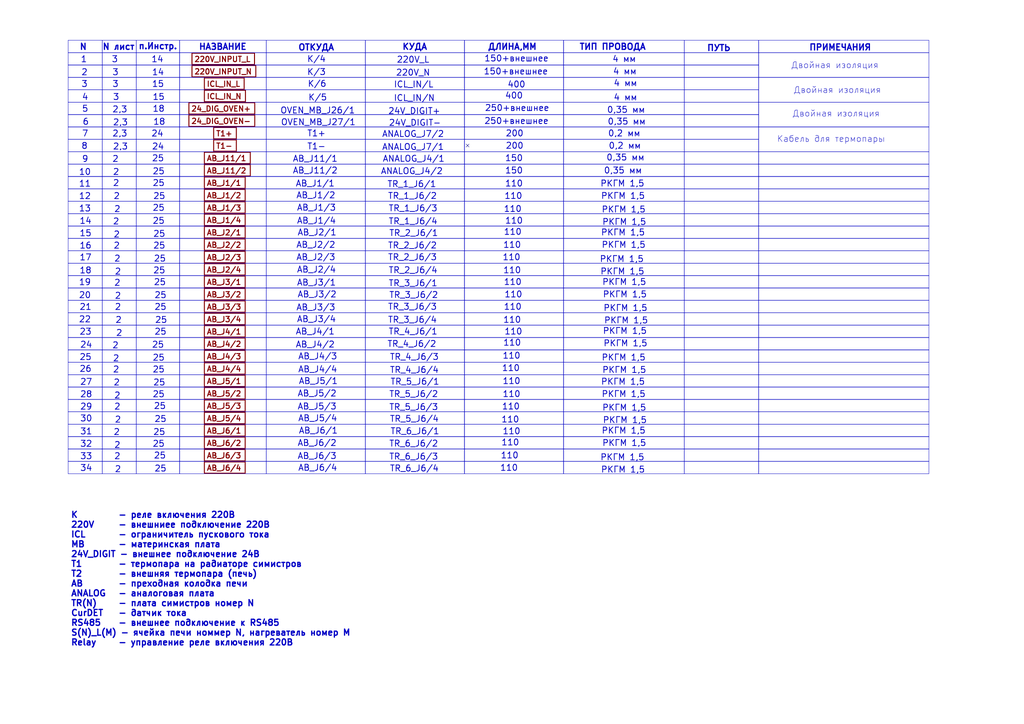
<source format=kicad_sch>
(kicad_sch
	(version 20231120)
	(generator "eeschema")
	(generator_version "8.0")
	(uuid "ae620585-21d1-4fd5-b120-9a0304bb3488")
	(paper "A3")
	(lib_symbols)
	(no_connect
		(at 191.77 59.69)
		(uuid "9433cc4f-2d09-45ba-8ff0-4fbe952f288a")
	)
	(rectangle
		(start 73.66 102.87)
		(end 109.22 107.95)
		(stroke
			(width 0)
			(type default)
		)
		(fill
			(type none)
		)
		(uuid 005cd1ab-82c9-4a6d-92e3-9e5efa07fdea)
	)
	(rectangle
		(start 27.94 82.55)
		(end 41.91 87.63)
		(stroke
			(width 0)
			(type default)
		)
		(fill
			(type none)
		)
		(uuid 01390bef-1efa-4650-9145-a22f0dbe28d6)
	)
	(rectangle
		(start 109.22 82.55)
		(end 149.86 87.63)
		(stroke
			(width 0)
			(type default)
		)
		(fill
			(type none)
		)
		(uuid 025134e6-5ad0-482f-a58f-a4ab4fe26d3d)
	)
	(rectangle
		(start 109.22 41.91)
		(end 149.86 46.99)
		(stroke
			(width 0)
			(type default)
		)
		(fill
			(type none)
		)
		(uuid 03c580d4-98b6-4f73-909b-5e174a734e0e)
	)
	(rectangle
		(start 190.5 118.11)
		(end 231.14 123.19)
		(stroke
			(width 0)
			(type default)
		)
		(fill
			(type none)
		)
		(uuid 048596d2-10b7-47fb-a5ae-3430c4b4a450)
	)
	(rectangle
		(start 231.14 46.99)
		(end 280.67 52.07)
		(stroke
			(width 0)
			(type default)
		)
		(fill
			(type none)
		)
		(uuid 04c6b954-cd79-425f-bb65-58024116d081)
	)
	(rectangle
		(start 27.94 97.79)
		(end 41.91 102.87)
		(stroke
			(width 0)
			(type default)
		)
		(fill
			(type none)
		)
		(uuid 05d4f25f-6026-40a3-bfc1-3464aac1e5d9)
	)
	(rectangle
		(start 149.86 46.99)
		(end 190.5 52.07)
		(stroke
			(width 0)
			(type default)
		)
		(fill
			(type none)
		)
		(uuid 06307a08-f7cd-4270-8b2b-8b1ca712ee26)
	)
	(rectangle
		(start 109.22 163.83)
		(end 149.86 168.91)
		(stroke
			(width 0)
			(type default)
		)
		(fill
			(type none)
		)
		(uuid 0651db9b-46db-48e4-bd28-6caae4f44688)
	)
	(rectangle
		(start 41.91 163.83)
		(end 55.88 168.91)
		(stroke
			(width 0)
			(type default)
		)
		(fill
			(type none)
		)
		(uuid 06620430-5353-4b88-b1ee-0cf2575e28bb)
	)
	(rectangle
		(start 73.66 46.99)
		(end 109.22 52.07)
		(stroke
			(width 0)
			(type default)
		)
		(fill
			(type none)
		)
		(uuid 07f66c49-ded8-4ed0-93c9-d4dca780e53d)
	)
	(rectangle
		(start 190.5 133.35)
		(end 231.14 138.43)
		(stroke
			(width 0)
			(type default)
		)
		(fill
			(type none)
		)
		(uuid 07fe8093-42b0-4a32-a77a-c38b42a0673d)
	)
	(rectangle
		(start 109.22 128.27)
		(end 149.86 133.35)
		(stroke
			(width 0)
			(type default)
		)
		(fill
			(type none)
		)
		(uuid 0a9c41bd-79b0-4053-b4cb-002656145abd)
	)
	(rectangle
		(start 280.67 72.39)
		(end 311.15 77.47)
		(stroke
			(width 0)
			(type default)
		)
		(fill
			(type none)
		)
		(uuid 0c137406-1676-4088-96b4-1bc9f21b4683)
	)
	(rectangle
		(start 190.5 87.63)
		(end 231.14 92.71)
		(stroke
			(width 0)
			(type default)
		)
		(fill
			(type none)
		)
		(uuid 0c3b4d1f-95fb-4f45-a2f7-1920fd6eb8af)
	)
	(rectangle
		(start 311.15 163.83)
		(end 381 168.91)
		(stroke
			(width 0)
			(type default)
		)
		(fill
			(type none)
		)
		(uuid 0d6e4ab6-8d3d-40be-adf1-045be401d61d)
	)
	(rectangle
		(start 55.88 77.47)
		(end 73.66 82.55)
		(stroke
			(width 0)
			(type default)
		)
		(fill
			(type none)
		)
		(uuid 0d8e825d-2942-401e-b8fd-c9d036fe8611)
	)
	(rectangle
		(start 280.67 133.35)
		(end 311.15 138.43)
		(stroke
			(width 0)
			(type default)
		)
		(fill
			(type none)
		)
		(uuid 0e9bf078-e1f2-4bc7-8b12-49fbfbbfc838)
	)
	(rectangle
		(start 73.66 31.75)
		(end 109.22 36.83)
		(stroke
			(width 0)
			(type default)
		)
		(fill
			(type none)
		)
		(uuid 0fde611a-c33f-4b2f-bdec-0d562f29f828)
	)
	(rectangle
		(start 27.94 16.51)
		(end 41.91 21.59)
		(stroke
			(width 0)
			(type default)
		)
		(fill
			(type none)
		)
		(uuid 1086a3d9-a8bd-4199-a48f-ffe567854d25)
	)
	(rectangle
		(start 280.67 52.07)
		(end 311.15 57.15)
		(stroke
			(width 0)
			(type default)
		)
		(fill
			(type none)
		)
		(uuid 1156b87b-2af6-4e10-bc1a-aeb1f8af78cd)
	)
	(rectangle
		(start 311.15 184.15)
		(end 381 189.23)
		(stroke
			(width 0)
			(type default)
		)
		(fill
			(type none)
		)
		(uuid 11b7ded4-7ad6-4bf2-9a22-56dff7489ee6)
	)
	(rectangle
		(start 55.88 179.07)
		(end 73.66 184.15)
		(stroke
			(width 0)
			(type default)
		)
		(fill
			(type none)
		)
		(uuid 11fb4c26-f056-4aea-b394-b31805bc53cb)
	)
	(rectangle
		(start 190.5 168.91)
		(end 231.14 173.99)
		(stroke
			(width 0)
			(type default)
		)
		(fill
			(type none)
		)
		(uuid 12037732-5358-4490-b776-cf9486e44162)
	)
	(rectangle
		(start 231.14 72.39)
		(end 280.67 77.47)
		(stroke
			(width 0)
			(type default)
		)
		(fill
			(type none)
		)
		(uuid 1264cc0c-72c4-4347-8990-f6a930dc7d04)
	)
	(rectangle
		(start 55.88 67.31)
		(end 73.66 72.39)
		(stroke
			(width 0)
			(type default)
		)
		(fill
			(type none)
		)
		(uuid 12a59e5c-d81d-4651-87ea-1723c5d8f008)
	)
	(rectangle
		(start 280.67 189.23)
		(end 311.15 194.31)
		(stroke
			(width 0)
			(type default)
		)
		(fill
			(type none)
		)
		(uuid 13cace0e-b534-46e6-88ec-3d72f8007289)
	)
	(rectangle
		(start 231.14 87.63)
		(end 280.67 92.71)
		(stroke
			(width 0)
			(type default)
		)
		(fill
			(type none)
		)
		(uuid 13cdada2-66a9-408b-85d1-69788672df2d)
	)
	(rectangle
		(start 231.14 179.07)
		(end 280.67 184.15)
		(stroke
			(width 0)
			(type default)
		)
		(fill
			(type none)
		)
		(uuid 14e3f841-e4e2-4ebb-a879-d12a3ba0e96c)
	)
	(rectangle
		(start 231.14 62.23)
		(end 280.67 67.31)
		(stroke
			(width 0)
			(type default)
		)
		(fill
			(type none)
		)
		(uuid 14ed2c07-931f-4641-b4d3-a242ec274546)
	)
	(rectangle
		(start 73.66 113.03)
		(end 109.22 118.11)
		(stroke
			(width 0)
			(type default)
		)
		(fill
			(type none)
		)
		(uuid 159e044f-67d3-48c6-9622-2a39ca76fb85)
	)
	(rectangle
		(start 55.88 163.83)
		(end 73.66 168.91)
		(stroke
			(width 0)
			(type default)
		)
		(fill
			(type none)
		)
		(uuid 15e24ceb-151c-4cbb-9c00-08e31923f23f)
	)
	(rectangle
		(start 311.15 118.11)
		(end 381 123.19)
		(stroke
			(width 0)
			(type default)
		)
		(fill
			(type none)
		)
		(uuid 16ccbe52-6af8-4557-bc44-92f69b0a2f4b)
	)
	(rectangle
		(start 190.5 67.31)
		(end 231.14 72.39)
		(stroke
			(width 0)
			(type default)
		)
		(fill
			(type none)
		)
		(uuid 16da069c-0f00-40a5-86c0-e543877274f1)
	)
	(rectangle
		(start 73.66 118.11)
		(end 109.22 123.19)
		(stroke
			(width 0)
			(type default)
		)
		(fill
			(type none)
		)
		(uuid 17a2f739-cb25-4f72-b7a7-38f565b25c6d)
	)
	(rectangle
		(start 190.5 153.67)
		(end 231.14 158.75)
		(stroke
			(width 0)
			(type default)
		)
		(fill
			(type none)
		)
		(uuid 17a6e4c2-1bd4-46e2-a847-50e2ebb62ba0)
	)
	(rectangle
		(start 190.5 97.79)
		(end 231.14 102.87)
		(stroke
			(width 0)
			(type default)
		)
		(fill
			(type none)
		)
		(uuid 17ca0ead-1ad8-42ab-88ec-fa086e35a12f)
	)
	(rectangle
		(start 231.14 113.03)
		(end 280.67 118.11)
		(stroke
			(width 0)
			(type default)
		)
		(fill
			(type none)
		)
		(uuid 18731c18-7867-4827-9f59-7bd82207eb93)
	)
	(rectangle
		(start 27.94 21.59)
		(end 41.91 26.67)
		(stroke
			(width 0)
			(type default)
		)
		(fill
			(type none)
		)
		(uuid 193e532f-ffc0-462c-a681-5580572a2cda)
	)
	(rectangle
		(start 149.86 168.91)
		(end 190.5 173.99)
		(stroke
			(width 0)
			(type default)
		)
		(fill
			(type none)
		)
		(uuid 194331ef-69c7-474f-a57d-1bd3081e25bf)
	)
	(rectangle
		(start 27.94 163.83)
		(end 41.91 168.91)
		(stroke
			(width 0)
			(type default)
		)
		(fill
			(type none)
		)
		(uuid 19d8d3fa-b608-41b5-b535-a62808d6e49f)
	)
	(rectangle
		(start 73.66 173.99)
		(end 109.22 179.07)
		(stroke
			(width 0)
			(type default)
		)
		(fill
			(type none)
		)
		(uuid 19fe72a5-8266-407c-93a3-14d059377bc1)
	)
	(rectangle
		(start 231.14 189.23)
		(end 280.67 194.31)
		(stroke
			(width 0)
			(type default)
		)
		(fill
			(type none)
		)
		(uuid 1a568303-67cf-410a-94c0-4a48dde847f3)
	)
	(rectangle
		(start 311.15 62.23)
		(end 381 67.31)
		(stroke
			(width 0)
			(type default)
		)
		(fill
			(type none)
		)
		(uuid 1b39cd13-93ae-499c-a3b3-829ead7c21f7)
	)
	(rectangle
		(start 149.86 184.15)
		(end 190.5 189.23)
		(stroke
			(width 0)
			(type default)
		)
		(fill
			(type none)
		)
		(uuid 1b635cbe-ed1d-4cad-81ae-83303a63dc53)
	)
	(rectangle
		(start 190.5 62.23)
		(end 231.14 67.31)
		(stroke
			(width 0)
			(type default)
		)
		(fill
			(type none)
		)
		(uuid 1ba01c89-80e1-488f-a667-02656d1e525d)
	)
	(rectangle
		(start 27.94 62.23)
		(end 41.91 67.31)
		(stroke
			(width 0)
			(type default)
		)
		(fill
			(type none)
		)
		(uuid 1be44fe0-05a2-40ee-8fa8-e99e673b0154)
	)
	(rectangle
		(start 280.67 113.03)
		(end 311.15 118.11)
		(stroke
			(width 0)
			(type default)
		)
		(fill
			(type none)
		)
		(uuid 1ca671cb-be9d-413f-be0f-59e432a82e58)
	)
	(rectangle
		(start 190.5 113.03)
		(end 231.14 118.11)
		(stroke
			(width 0)
			(type default)
		)
		(fill
			(type none)
		)
		(uuid 1ccf2d86-3fbc-4866-b586-0eac0e236639)
	)
	(rectangle
		(start 27.94 102.87)
		(end 41.91 107.95)
		(stroke
			(width 0)
			(type default)
		)
		(fill
			(type none)
		)
		(uuid 200eec66-cb9a-4a82-82a4-2e1f32b804da)
	)
	(rectangle
		(start 73.66 123.19)
		(end 109.22 128.27)
		(stroke
			(width 0)
			(type default)
		)
		(fill
			(type none)
		)
		(uuid 2090a2ae-5443-4236-a87c-bef99347df5e)
	)
	(rectangle
		(start 280.67 102.87)
		(end 311.15 107.95)
		(stroke
			(width 0)
			(type default)
		)
		(fill
			(type none)
		)
		(uuid 20ac7c87-148d-4bbc-b9de-2ab593b43960)
	)
	(rectangle
		(start 190.5 184.15)
		(end 231.14 189.23)
		(stroke
			(width 0)
			(type default)
		)
		(fill
			(type none)
		)
		(uuid 20c327e7-a1e5-4957-9cbd-371a8730711a)
	)
	(rectangle
		(start 311.15 168.91)
		(end 381 173.99)
		(stroke
			(width 0)
			(type default)
		)
		(fill
			(type none)
		)
		(uuid 20ee590b-6f93-443a-9370-2dc738046e19)
	)
	(rectangle
		(start 27.94 26.67)
		(end 41.91 31.75)
		(stroke
			(width 0)
			(type default)
		)
		(fill
			(type none)
		)
		(uuid 21203f29-7f2b-4a31-b089-36a4919be7e3)
	)
	(rectangle
		(start 280.67 148.59)
		(end 311.15 153.67)
		(stroke
			(width 0)
			(type default)
		)
		(fill
			(type none)
		)
		(uuid 2283cd6d-ed2a-432b-b409-f500d312cbc1)
	)
	(rectangle
		(start 109.22 21.59)
		(end 149.86 26.67)
		(stroke
			(width 0)
			(type default)
		)
		(fill
			(type none)
		)
		(uuid 22fc72cd-c18d-4e74-bf35-315b7da38306)
	)
	(rectangle
		(start 109.22 62.23)
		(end 149.86 67.31)
		(stroke
			(width 0)
			(type default)
		)
		(fill
			(type none)
		)
		(uuid 23bf25ec-4ed8-482e-92cb-a28d9aa58274)
	)
	(rectangle
		(start 73.66 67.31)
		(end 109.22 72.39)
		(stroke
			(width 0)
			(type default)
		)
		(fill
			(type none)
		)
		(uuid 23c81bcc-6afa-492c-9ede-a79d7048bae3)
	)
	(rectangle
		(start 109.22 138.43)
		(end 149.86 143.51)
		(stroke
			(width 0)
			(type default)
		)
		(fill
			(type none)
		)
		(uuid 24273c71-266d-4caa-a6dd-529d61d9356f)
	)
	(rectangle
		(start 27.94 128.27)
		(end 41.91 133.35)
		(stroke
			(width 0)
			(type default)
		)
		(fill
			(type none)
		)
		(uuid 25965e70-e11b-4cea-925a-27de3d9793c1)
	)
	(rectangle
		(start 109.22 133.35)
		(end 149.86 138.43)
		(stroke
			(width 0)
			(type default)
		)
		(fill
			(type none)
		)
		(uuid 2646dfb9-64cd-4639-8df1-c294feca7da8)
	)
	(rectangle
		(start 55.88 21.59)
		(end 73.66 26.67)
		(stroke
			(width 0)
			(type default)
		)
		(fill
			(type none)
		)
		(uuid 270093a1-be1e-4c26-bc0a-a23f10f54c4f)
	)
	(rectangle
		(start 109.22 102.87)
		(end 149.86 107.95)
		(stroke
			(width 0)
			(type default)
		)
		(fill
			(type none)
		)
		(uuid 279ee277-6a4f-4d1f-a947-aa00ebbc0711)
	)
	(rectangle
		(start 55.88 41.91)
		(end 73.66 46.99)
		(stroke
			(width 0)
			(type default)
		)
		(fill
			(type none)
		)
		(uuid 27dfbec9-b4ca-4650-97d1-60c8dbf70010)
	)
	(rectangle
		(start 280.67 41.91)
		(end 311.15 46.99)
		(stroke
			(width 0)
			(type default)
		)
		(fill
			(type none)
		)
		(uuid 280a664e-11d8-48b2-b91a-b649a0646509)
	)
	(rectangle
		(start 41.91 158.75)
		(end 55.88 163.83)
		(stroke
			(width 0)
			(type default)
		)
		(fill
			(type none)
		)
		(uuid 28dc8694-6e19-42cb-84b2-1b8cc30fbdc1)
	)
	(rectangle
		(start 280.67 107.95)
		(end 311.15 113.03)
		(stroke
			(width 0)
			(type default)
		)
		(fill
			(type none)
		)
		(uuid 29086e1b-2ff2-41bc-8b66-10cd70614f69)
	)
	(rectangle
		(start 27.94 77.47)
		(end 41.91 82.55)
		(stroke
			(width 0)
			(type default)
		)
		(fill
			(type none)
		)
		(uuid 2a49ca7f-545e-4fc0-acdf-9716080223e2)
	)
	(rectangle
		(start 231.14 26.67)
		(end 280.67 31.75)
		(stroke
			(width 0)
			(type default)
		)
		(fill
			(type none)
		)
		(uuid 2aad8f56-656f-494b-8d73-cf260ef6306a)
	)
	(rectangle
		(start 27.94 87.63)
		(end 41.91 92.71)
		(stroke
			(width 0)
			(type default)
		)
		(fill
			(type none)
		)
		(uuid 2ae74072-032b-4c93-8df9-5e7359259889)
	)
	(rectangle
		(start 73.66 163.83)
		(end 109.22 168.91)
		(stroke
			(width 0)
			(type default)
		)
		(fill
			(type none)
		)
		(uuid 2b2f424d-d401-4d5e-82ea-eb9ea9b2df8d)
	)
	(rectangle
		(start 311.15 97.79)
		(end 381 102.87)
		(stroke
			(width 0)
			(type default)
		)
		(fill
			(type none)
		)
		(uuid 2bc834d5-8f36-4c17-b126-6bbd0a9b41d3)
	)
	(rectangle
		(start 109.22 36.83)
		(end 149.86 41.91)
		(stroke
			(width 0)
			(type default)
		)
		(fill
			(type none)
		)
		(uuid 2c989fcb-8797-4ad6-acd0-f643590adab0)
	)
	(rectangle
		(start 55.88 158.75)
		(end 73.66 163.83)
		(stroke
			(width 0)
			(type default)
		)
		(fill
			(type none)
		)
		(uuid 2e82e04d-6c9d-4739-9501-02e98aad7984)
	)
	(rectangle
		(start 55.88 36.83)
		(end 73.66 41.91)
		(stroke
			(width 0)
			(type default)
		)
		(fill
			(type none)
		)
		(uuid 2e83d092-edb4-4353-a166-df5380a6d005)
	)
	(rectangle
		(start 149.86 153.67)
		(end 190.5 158.75)
		(stroke
			(width 0)
			(type default)
		)
		(fill
			(type none)
		)
		(uuid 2e97b1ff-634c-4e1d-9d47-1cd6aa4e72cb)
	)
	(rectangle
		(start 41.91 52.07)
		(end 55.88 57.15)
		(stroke
			(width 0)
			(type default)
		)
		(fill
			(type none)
		)
		(uuid 2f2a555b-1bce-45af-9eb1-b91ac37a77fd)
	)
	(rectangle
		(start 149.86 72.39)
		(end 190.5 77.47)
		(stroke
			(width 0)
			(type default)
		)
		(fill
			(type none)
		)
		(uuid 2f52dc64-3018-4202-abe5-c3ff511e1c6f)
	)
	(rectangle
		(start 190.5 158.75)
		(end 231.14 163.83)
		(stroke
			(width 0)
			(type default)
		)
		(fill
			(type none)
		)
		(uuid 2feddeb4-fe19-40f0-8b61-7ed3d0fadcac)
	)
	(rectangle
		(start 190.5 189.23)
		(end 231.14 194.31)
		(stroke
			(width 0)
			(type default)
		)
		(fill
			(type none)
		)
		(uuid 30055ab0-b021-45e3-b49a-c57fe044e964)
	)
	(rectangle
		(start 231.14 67.31)
		(end 280.67 72.39)
		(stroke
			(width 0)
			(type default)
		)
		(fill
			(type none)
		)
		(uuid 3022ca61-1ff5-4f5d-9612-a814d7ad1c67)
	)
	(rectangle
		(start 311.15 179.07)
		(end 381 184.15)
		(stroke
			(width 0)
			(type default)
		)
		(fill
			(type none)
		)
		(uuid 30d5eb87-0bd0-4ea0-8515-f64d692ef34d)
	)
	(rectangle
		(start 280.67 46.99)
		(end 311.15 52.07)
		(stroke
			(width 0)
			(type default)
		)
		(fill
			(type none)
		)
		(uuid 30f4f5e7-83a0-40ff-bc91-3dcb30bf7652)
	)
	(rectangle
		(start 280.67 87.63)
		(end 311.15 92.71)
		(stroke
			(width 0)
			(type default)
		)
		(fill
			(type none)
		)
		(uuid 31554327-6b57-4050-a1f5-59473fc496a5)
	)
	(rectangle
		(start 231.14 77.47)
		(end 280.67 82.55)
		(stroke
			(width 0)
			(type default)
		)
		(fill
			(type none)
		)
		(uuid 321b9bcd-f246-43fe-a259-860f80ac9836)
	)
	(rectangle
		(start 149.86 173.99)
		(end 190.5 179.07)
		(stroke
			(width 0)
			(type default)
		)
		(fill
			(type none)
		)
		(uuid 328618f5-143b-4a21-866b-8b0c39a6563f)
	)
	(rectangle
		(start 55.88 133.35)
		(end 73.66 138.43)
		(stroke
			(width 0)
			(type default)
		)
		(fill
			(type none)
		)
		(uuid 329d7ebd-4a27-4851-8e1d-47d838db864e)
	)
	(rectangle
		(start 231.14 52.07)
		(end 280.67 57.15)
		(stroke
			(width 0)
			(type default)
		)
		(fill
			(type none)
		)
		(uuid 332b1132-119e-48f6-a2dd-b97d554c9d1b)
	)
	(rectangle
		(start 190.5 92.71)
		(end 231.14 97.79)
		(stroke
			(width 0)
			(type default)
		)
		(fill
			(type none)
		)
		(uuid 33eea1e5-dd36-4688-97cb-51e06808b703)
	)
	(rectangle
		(start 231.14 168.91)
		(end 280.67 173.99)
		(stroke
			(width 0)
			(type default)
		)
		(fill
			(type none)
		)
		(uuid 346e0541-3005-468a-a476-cfef65a3479e)
	)
	(rectangle
		(start 190.5 26.67)
		(end 231.14 31.75)
		(stroke
			(width 0)
			(type default)
		)
		(fill
			(type none)
		)
		(uuid 360ce763-a065-451a-8fd4-c026b2063f53)
	)
	(rectangle
		(start 231.14 97.79)
		(end 280.67 102.87)
		(stroke
			(width 0)
			(type default)
		)
		(fill
			(type none)
		)
		(uuid 3689e856-2d5f-43bf-b077-ae56f11e447b)
	)
	(rectangle
		(start 149.86 67.31)
		(end 190.5 72.39)
		(stroke
			(width 0)
			(type default)
		)
		(fill
			(type none)
		)
		(uuid 36f9e3a8-e29e-422d-9ab1-596eceab7f8d)
	)
	(rectangle
		(start 149.86 77.47)
		(end 190.5 82.55)
		(stroke
			(width 0)
			(type default)
		)
		(fill
			(type none)
		)
		(uuid 370c02b4-cfb4-457d-910f-13006746ec90)
	)
	(rectangle
		(start 231.14 82.55)
		(end 280.67 87.63)
		(stroke
			(width 0)
			(type default)
		)
		(fill
			(type none)
		)
		(uuid 3888ee4a-3390-4c90-981c-edc0aefc8333)
	)
	(rectangle
		(start 27.94 158.75)
		(end 41.91 163.83)
		(stroke
			(width 0)
			(type default)
		)
		(fill
			(type none)
		)
		(uuid 38ceaf9f-13ca-49a4-b0bf-5e37c332835a)
	)
	(rectangle
		(start 41.91 62.23)
		(end 55.88 67.31)
		(stroke
			(width 0)
			(type default)
		)
		(fill
			(type none)
		)
		(uuid 39a87900-ea84-4b30-a757-0a40372750d2)
	)
	(rectangle
		(start 41.91 97.79)
		(end 55.88 102.87)
		(stroke
			(width 0)
			(type default)
		)
		(fill
			(type none)
		)
		(uuid 3b271a32-4ed1-4815-8f7b-51eef26249b8)
	)
	(rectangle
		(start 55.88 138.43)
		(end 73.66 143.51)
		(stroke
			(width 0)
			(type default)
		)
		(fill
			(type none)
		)
		(uuid 3c7e44b8-1771-44ce-9e89-e517fdf8ba58)
	)
	(rectangle
		(start 41.91 148.59)
		(end 55.88 153.67)
		(stroke
			(width 0)
			(type default)
		)
		(fill
			(type none)
		)
		(uuid 3ce0307a-2990-4a97-9245-ad13330aa3d9)
	)
	(rectangle
		(start 190.5 57.15)
		(end 231.14 62.23)
		(stroke
			(width 0)
			(type default)
		)
		(fill
			(type none)
		)
		(uuid 3d3c8510-2466-4c5a-9e03-aab3dfd1fd0a)
	)
	(rectangle
		(start 73.66 87.63)
		(end 109.22 92.71)
		(stroke
			(width 0)
			(type default)
		)
		(fill
			(type none)
		)
		(uuid 3d4f059f-21bc-4625-9b28-9c168d547084)
	)
	(rectangle
		(start 280.67 36.83)
		(end 311.15 41.91)
		(stroke
			(width 0)
			(type default)
		)
		(fill
			(type none)
		)
		(uuid 3d570af2-d1e9-45a6-96bd-99e97484045d)
	)
	(rectangle
		(start 73.66 138.43)
		(end 109.22 143.51)
		(stroke
			(width 0)
			(type default)
		)
		(fill
			(type none)
		)
		(uuid 3d7073d0-ac09-40a9-82b0-aede8605f8e5)
	)
	(rectangle
		(start 149.86 87.63)
		(end 190.5 92.71)
		(stroke
			(width 0)
			(type default)
		)
		(fill
			(type none)
		)
		(uuid 3eb518a6-6677-4455-9b56-9e59300cb43d)
	)
	(rectangle
		(start 109.22 173.99)
		(end 149.86 179.07)
		(stroke
			(width 0)
			(type default)
		)
		(fill
			(type none)
		)
		(uuid 3f940680-727a-44a1-9d0f-22fa71d4be3d)
	)
	(rectangle
		(start 149.86 57.15)
		(end 190.5 62.23)
		(stroke
			(width 0)
			(type default)
		)
		(fill
			(type none)
		)
		(uuid 3fe33240-ce80-49c9-8b5d-0acc27ec98f4)
	)
	(rectangle
		(start 190.5 173.99)
		(end 231.14 179.07)
		(stroke
			(width 0)
			(type default)
		)
		(fill
			(type none)
		)
		(uuid 40b05f35-cb9a-4d18-a8cd-39d378e2f791)
	)
	(rectangle
		(start 311.15 138.43)
		(end 381 143.51)
		(stroke
			(width 0)
			(type default)
		)
		(fill
			(type none)
		)
		(uuid 40e6243a-3503-4e62-a0d4-fd0c0b90aa79)
	)
	(rectangle
		(start 280.67 168.91)
		(end 311.15 173.99)
		(stroke
			(width 0)
			(type default)
		)
		(fill
			(type none)
		)
		(uuid 40f44327-ee0f-40d2-ac8c-3b7476c515aa)
	)
	(rectangle
		(start 109.22 113.03)
		(end 149.86 118.11)
		(stroke
			(width 0)
			(type default)
		)
		(fill
			(type none)
		)
		(uuid 42039b13-0c3b-416f-9ddb-39302f0dd16f)
	)
	(rectangle
		(start 41.91 67.31)
		(end 55.88 72.39)
		(stroke
			(width 0)
			(type default)
		)
		(fill
			(type none)
		)
		(uuid 430b4e3a-f964-4875-a512-2ad1740c47a5)
	)
	(rectangle
		(start 149.86 36.83)
		(end 190.5 41.91)
		(stroke
			(width 0)
			(type default)
		)
		(fill
			(type none)
		)
		(uuid 434dbeae-3d2b-4cb8-8cd8-eecdf8de88cf)
	)
	(rectangle
		(start 280.67 67.31)
		(end 311.15 72.39)
		(stroke
			(width 0)
			(type default)
		)
		(fill
			(type none)
		)
		(uuid 439faf1f-6a1e-4612-bb14-5ab1c729415f)
	)
	(rectangle
		(start 280.67 138.43)
		(end 311.15 143.51)
		(stroke
			(width 0)
			(type default)
		)
		(fill
			(type none)
		)
		(uuid 43b23677-79c2-4da0-987b-e03625fba08b)
	)
	(rectangle
		(start 109.22 179.07)
		(end 149.86 184.15)
		(stroke
			(width 0)
			(type default)
		)
		(fill
			(type none)
		)
		(uuid 455eb624-91f6-4790-8973-ff78c82ce7c5)
	)
	(rectangle
		(start 27.94 31.75)
		(end 41.91 36.83)
		(stroke
			(width 0)
			(type default)
		)
		(fill
			(type none)
		)
		(uuid 45f321a1-3a1b-4dea-bfbc-f898b92d55be)
	)
	(rectangle
		(start 55.88 82.55)
		(end 73.66 87.63)
		(stroke
			(width 0)
			(type default)
		)
		(fill
			(type none)
		)
		(uuid 47923fa3-cd48-44f2-8081-24b9c2dbfe57)
	)
	(rectangle
		(start 109.22 97.79)
		(end 149.86 102.87)
		(stroke
			(width 0)
			(type default)
		)
		(fill
			(type none)
		)
		(uuid 4929dd03-f26e-42ef-9c3c-1d8b92da535c)
	)
	(rectangle
		(start 27.94 143.51)
		(end 41.91 148.59)
		(stroke
			(width 0)
			(type default)
		)
		(fill
			(type none)
		)
		(uuid 4938de14-73e2-4280-9b91-152312d3b344)
	)
	(rectangle
		(start 41.91 133.35)
		(end 55.88 138.43)
		(stroke
			(width 0)
			(type default)
		)
		(fill
			(type none)
		)
		(uuid 4945d7ab-7dc9-454b-87a5-09baba64feef)
	)
	(rectangle
		(start 73.66 128.27)
		(end 109.22 133.35)
		(stroke
			(width 0)
			(type default)
		)
		(fill
			(type none)
		)
		(uuid 4a8b3d53-0419-4558-b555-933246f4fb6d)
	)
	(rectangle
		(start 55.88 72.39)
		(end 73.66 77.47)
		(stroke
			(width 0)
			(type default)
		)
		(fill
			(type none)
		)
		(uuid 4be60b1a-aae7-4d1c-8731-3fcc2d395c38)
	)
	(rectangle
		(start 311.15 82.55)
		(end 381 87.63)
		(stroke
			(width 0)
			(type default)
		)
		(fill
			(type none)
		)
		(uuid 4c385f61-9410-47e1-8b29-97889d08c011)
	)
	(rectangle
		(start 280.67 82.55)
		(end 311.15 87.63)
		(stroke
			(width 0)
			(type default)
		)
		(fill
			(type none)
		)
		(uuid 4cd19fca-a65c-4ec0-b6d9-0f02a2810a4f)
	)
	(rectangle
		(start 73.66 168.91)
		(end 109.22 173.99)
		(stroke
			(width 0)
			(type default)
		)
		(fill
			(type none)
		)
		(uuid 4dd5a041-ac3b-4888-bd6b-0564160005ad)
	)
	(rectangle
		(start 41.91 189.23)
		(end 55.88 194.31)
		(stroke
			(width 0)
			(type default)
		)
		(fill
			(type none)
		)
		(uuid 4ded33a1-e493-4b43-b1cc-368f13c9965f)
	)
	(rectangle
		(start 41.91 107.95)
		(end 55.88 113.03)
		(stroke
			(width 0)
			(type default)
		)
		(fill
			(type none)
		)
		(uuid 4e8c79bd-6f67-4dd2-911f-3952fbb7f18a)
	)
	(rectangle
		(start 231.14 148.59)
		(end 280.67 153.67)
		(stroke
			(width 0)
			(type default)
		)
		(fill
			(type none)
		)
		(uuid 50c80a33-7b6c-4786-b4e9-4d21125da86b)
	)
	(rectangle
		(start 280.67 92.71)
		(end 311.15 97.79)
		(stroke
			(width 0)
			(type default)
		)
		(fill
			(type none)
		)
		(uuid 50c9ffb8-c2c0-489f-af5f-d7bc80cc2c8a)
	)
	(rectangle
		(start 109.22 189.23)
		(end 149.86 194.31)
		(stroke
			(width 0)
			(type default)
		)
		(fill
			(type none)
		)
		(uuid 50f5493a-d01d-4b52-928e-cfe952bc15f5)
	)
	(rectangle
		(start 55.88 97.79)
		(end 73.66 102.87)
		(stroke
			(width 0)
			(type default)
		)
		(fill
			(type none)
		)
		(uuid 51f66af2-3a50-4486-a610-bf16e36a482c)
	)
	(rectangle
		(start 27.94 133.35)
		(end 41.91 138.43)
		(stroke
			(width 0)
			(type default)
		)
		(fill
			(type none)
		)
		(uuid 54c445bd-5c5c-4ec9-80a8-6b869feeefcb)
	)
	(rectangle
		(start 27.94 173.99)
		(end 41.91 179.07)
		(stroke
			(width 0)
			(type default)
		)
		(fill
			(type none)
		)
		(uuid 54f579dd-814d-454e-bc45-ebc06966e53a)
	)
	(rectangle
		(start 27.94 36.83)
		(end 41.91 41.91)
		(stroke
			(width 0)
			(type default)
		)
		(fill
			(type none)
		)
		(uuid 551d85b9-9cec-4cf8-8f31-94142639f468)
	)
	(rectangle
		(start 109.22 16.51)
		(end 149.86 21.59)
		(stroke
			(width 0)
			(type default)
		)
		(fill
			(type none)
		)
		(uuid 552eb757-aa96-4fff-8740-f16c7d946d7e)
	)
	(rectangle
		(start 149.86 179.07)
		(end 190.5 184.15)
		(stroke
			(width 0)
			(type default)
		)
		(fill
			(type none)
		)
		(uuid 559c5bb4-596b-43ed-8013-28e37290813b)
	)
	(rectangle
		(start 55.88 26.67)
		(end 73.66 31.75)
		(stroke
			(width 0)
			(type default)
		)
		(fill
			(type none)
		)
		(uuid 56d0ac94-9c38-4289-a2c0-2ca0707b1432)
	)
	(rectangle
		(start 27.94 189.23)
		(end 41.91 194.31)
		(stroke
			(width 0)
			(type default)
		)
		(fill
			(type none)
		)
		(uuid 57b66f7f-8dd0-4e74-aa50-5c21fe330d8e)
	)
	(rectangle
		(start 311.15 189.23)
		(end 381 194.31)
		(stroke
			(width 0)
			(type default)
		)
		(fill
			(type none)
		)
		(uuid 585ab390-7aff-4bc6-bd6b-50bb71139c5a)
	)
	(rectangle
		(start 55.88 57.15)
		(end 73.66 62.23)
		(stroke
			(width 0)
			(type default)
		)
		(fill
			(type none)
		)
		(uuid 5889486b-4239-46f5-b8a3-381cdd8758f3)
	)
	(rectangle
		(start 55.88 31.75)
		(end 73.66 36.83)
		(stroke
			(width 0)
			(type default)
		)
		(fill
			(type none)
		)
		(uuid 593ed4da-bb2c-4c29-a019-ab1590db4cf8)
	)
	(rectangle
		(start 280.67 31.75)
		(end 311.15 36.83)
		(stroke
			(width 0)
			(type default)
		)
		(fill
			(type none)
		)
		(uuid 594bd9ed-8223-4dce-a427-1a165b871dfa)
	)
	(rectangle
		(start 73.66 82.55)
		(end 109.22 87.63)
		(stroke
			(width 0)
			(type default)
		)
		(fill
			(type none)
		)
		(uuid 59d68e75-2695-42cd-89bd-8c9ce3b386b7)
	)
	(rectangle
		(start 73.66 72.39)
		(end 109.22 77.47)
		(stroke
			(width 0)
			(type default)
		)
		(fill
			(type none)
		)
		(uuid 5a953d37-371c-4166-9a5b-78aa66dc4ad7)
	)
	(rectangle
		(start 55.88 102.87)
		(end 73.66 107.95)
		(stroke
			(width 0)
			(type default)
		)
		(fill
			(type none)
		)
		(uuid 5aa8711b-6850-4e44-aa40-35b7a767322f)
	)
	(rectangle
		(start 149.86 163.83)
		(end 190.5 168.91)
		(stroke
			(width 0)
			(type default)
		)
		(fill
			(type none)
		)
		(uuid 5ae5fedf-79d4-42a5-b3f9-dc9d8c19226f)
	)
	(rectangle
		(start 55.88 168.91)
		(end 73.66 173.99)
		(stroke
			(width 0)
			(type default)
		)
		(fill
			(type none)
		)
		(uuid 5bcc685e-528e-4cb8-b0ff-2209341620fb)
	)
	(rectangle
		(start 73.66 179.07)
		(end 109.22 184.15)
		(stroke
			(width 0)
			(type default)
		)
		(fill
			(type none)
		)
		(uuid 5c171b83-0592-4387-b249-1c48bb4beff7)
	)
	(rectangle
		(start 311.15 67.31)
		(end 381 72.39)
		(stroke
			(width 0)
			(type default)
		)
		(fill
			(type none)
		)
		(uuid 5dee3888-e527-4d8f-a1f3-eb40abb93412)
	)
	(rectangle
		(start 231.14 123.19)
		(end 280.67 128.27)
		(stroke
			(width 0)
			(type default)
		)
		(fill
			(type none)
		)
		(uuid 5e3942ba-e599-4c7b-bd14-2fbb260aa84e)
	)
	(rectangle
		(start 27.94 46.99)
		(end 41.91 52.07)
		(stroke
			(width 0)
			(type default)
		)
		(fill
			(type none)
		)
		(uuid 5f35185e-2eca-4a43-bb61-6348d3e8f207)
	)
	(rectangle
		(start 41.91 31.75)
		(end 55.88 36.83)
		(stroke
			(width 0)
			(type default)
		)
		(fill
			(type none)
		)
		(uuid 5f6ee4df-619a-4b21-8edf-1186fc148c4e)
	)
	(rectangle
		(start 231.14 36.83)
		(end 280.67 41.91)
		(stroke
			(width 0)
			(type default)
		)
		(fill
			(type none)
		)
		(uuid 6010d009-2c28-4599-a9fd-53281365acbb)
	)
	(rectangle
		(start 280.67 173.99)
		(end 311.15 179.07)
		(stroke
			(width 0)
			(type default)
		)
		(fill
			(type none)
		)
		(uuid 6042427a-86ee-4c0c-a668-2f63d4b84a4a)
	)
	(rectangle
		(start 231.14 184.15)
		(end 280.67 189.23)
		(stroke
			(width 0)
			(type default)
		)
		(fill
			(type none)
		)
		(uuid 614a61ce-12d6-433c-acaf-e57385c4c4d8)
	)
	(rectangle
		(start 27.94 118.11)
		(end 41.91 123.19)
		(stroke
			(width 0)
			(type default)
		)
		(fill
			(type none)
		)
		(uuid 6216497f-4fcb-4cad-ba47-96a7455889d0)
	)
	(rectangle
		(start 149.86 41.91)
		(end 190.5 46.99)
		(stroke
			(width 0)
			(type default)
		)
		(fill
			(type none)
		)
		(uuid 62ac8f84-3076-4310-8cc8-068ecb92923b)
	)
	(rectangle
		(start 73.66 62.23)
		(end 109.22 67.31)
		(stroke
			(width 0)
			(type default)
		)
		(fill
			(type none)
		)
		(uuid 62f0b655-75b3-46df-b35e-2ff458f6dd5e)
	)
	(rectangle
		(start 149.86 128.27)
		(end 190.5 133.35)
		(stroke
			(width 0)
			(type default)
		)
		(fill
			(type none)
		)
		(uuid 65162f23-8061-4cee-bdfc-39f63dc73d55)
	)
	(rectangle
		(start 109.22 153.67)
		(end 149.86 158.75)
		(stroke
			(width 0)
			(type default)
		)
		(fill
			(type none)
		)
		(uuid 652327d7-20da-44e7-8357-04639b17d4f7)
	)
	(rectangle
		(start 55.88 87.63)
		(end 73.66 92.71)
		(stroke
			(width 0)
			(type default)
		)
		(fill
			(type none)
		)
		(uuid 66dde124-e50d-4101-8445-ddfee24d9fb6)
	)
	(rectangle
		(start 109.22 87.63)
		(end 149.86 92.71)
		(stroke
			(width 0)
			(type default)
		)
		(fill
			(type none)
		)
		(uuid 67c3a6e7-f04d-4475-9f03-fb9dad9ee9a0)
	)
	(rectangle
		(start 231.14 41.91)
		(end 280.67 46.99)
		(stroke
			(width 0)
			(type default)
		)
		(fill
			(type none)
		)
		(uuid 6980fb33-ead6-4b60-8d60-6edc20ac7bee)
	)
	(rectangle
		(start 73.66 107.95)
		(end 109.22 113.03)
		(stroke
			(width 0)
			(type default)
		)
		(fill
			(type none)
		)
		(uuid 69bd5ca8-524f-4fdd-a06f-7655819054a8)
	)
	(rectangle
		(start 109.22 92.71)
		(end 149.86 97.79)
		(stroke
			(width 0)
			(type default)
		)
		(fill
			(type none)
		)
		(uuid 6b1a0d28-e21d-4328-8f27-e5f8f5bfe8ab)
	)
	(rectangle
		(start 41.91 57.15)
		(end 55.88 62.23)
		(stroke
			(width 0)
			(type default)
		)
		(fill
			(type none)
		)
		(uuid 6b9d9dba-1c0e-4163-ba44-02d4a5f714e0)
	)
	(rectangle
		(start 311.15 113.03)
		(end 381 118.11)
		(stroke
			(width 0)
			(type default)
		)
		(fill
			(type none)
		)
		(uuid 6d3e2f1a-98aa-426f-81ed-4a04270fe4bc)
	)
	(rectangle
		(start 55.88 107.95)
		(end 73.66 113.03)
		(stroke
			(width 0)
			(type default)
		)
		(fill
			(type none)
		)
		(uuid 6d5eb5ca-780d-4d41-b810-0659e4369659)
	)
	(rectangle
		(start 149.86 133.35)
		(end 190.5 138.43)
		(stroke
			(width 0)
			(type default)
		)
		(fill
			(type none)
		)
		(uuid 6d6afd69-e4db-4648-8d5b-07b6a9be6090)
	)
	(rectangle
		(start 149.86 26.67)
		(end 190.5 31.75)
		(stroke
			(width 0)
			(type default)
		)
		(fill
			(type none)
		)
		(uuid 6dd0d6a5-bc44-41f1-b5cc-e757f0dc2558)
	)
	(rectangle
		(start 149.86 31.75)
		(end 190.5 36.83)
		(stroke
			(width 0)
			(type default)
		)
		(fill
			(type none)
		)
		(uuid 6e8204b7-7675-41ac-8210-ca5a4b2a4350)
	)
	(rectangle
		(start 311.15 133.35)
		(end 381 138.43)
		(stroke
			(width 0)
			(type default)
		)
		(fill
			(type none)
		)
		(uuid 6f880d5b-c07b-4d01-b67b-bd4ca6e1db09)
	)
	(rectangle
		(start 41.91 102.87)
		(end 55.88 107.95)
		(stroke
			(width 0)
			(type default)
		)
		(fill
			(type none)
		)
		(uuid 6fd13bf8-a7ec-4bd0-a545-ce683f81b909)
	)
	(rectangle
		(start 311.15 102.87)
		(end 381 107.95)
		(stroke
			(width 0)
			(type default)
		)
		(fill
			(type none)
		)
		(uuid 6fe3da59-e243-489a-9c52-692fba9d4132)
	)
	(rectangle
		(start 73.66 133.35)
		(end 109.22 138.43)
		(stroke
			(width 0)
			(type default)
		)
		(fill
			(type none)
		)
		(uuid 70adc2a8-83d9-43b8-b75e-0b4191b9cfa6)
	)
	(rectangle
		(start 73.66 52.07)
		(end 109.22 57.15)
		(stroke
			(width 0)
			(type default)
		)
		(fill
			(type none)
		)
		(uuid 70c2a9f7-198f-4d1f-85d6-3be36bb81126)
	)
	(rectangle
		(start 280.67 163.83)
		(end 311.15 168.91)
		(stroke
			(width 0)
			(type default)
		)
		(fill
			(type none)
		)
		(uuid 71b94d72-2e16-4886-9e83-9f7b6028b93e)
	)
	(rectangle
		(start 27.94 148.59)
		(end 41.91 153.67)
		(stroke
			(width 0)
			(type default)
		)
		(fill
			(type none)
		)
		(uuid 71ffccd5-44f3-41f7-b87e-a42515e4585c)
	)
	(rectangle
		(start 149.86 118.11)
		(end 190.5 123.19)
		(stroke
			(width 0)
			(type default)
		)
		(fill
			(type none)
		)
		(uuid 725c14fd-3443-4d66-8d0f-49908431d434)
	)
	(rectangle
		(start 55.88 52.07)
		(end 73.66 57.15)
		(stroke
			(width 0)
			(type default)
		)
		(fill
			(type none)
		)
		(uuid 7345d730-00be-4c1d-83d0-ca39e220334b)
	)
	(rectangle
		(start 73.66 77.47)
		(end 109.22 82.55)
		(stroke
			(width 0)
			(type default)
		)
		(fill
			(type none)
		)
		(uuid 74285e70-a0cb-4879-a12f-0ee5b8e5d6bb)
	)
	(rectangle
		(start 27.94 153.67)
		(end 41.91 158.75)
		(stroke
			(width 0)
			(type default)
		)
		(fill
			(type none)
		)
		(uuid 747c839d-7e86-4deb-9634-69ecee20dac4)
	)
	(rectangle
		(start 231.14 107.95)
		(end 280.67 113.03)
		(stroke
			(width 0)
			(type default)
		)
		(fill
			(type none)
		)
		(uuid 74ba21ec-19fb-4f98-a39d-103d3f0fde9d)
	)
	(rectangle
		(start 73.66 36.83)
		(end 109.22 41.91)
		(stroke
			(width 0)
			(type default)
		)
		(fill
			(type none)
		)
		(uuid 7752fe91-2e75-4b1f-b35d-4fcc4554fc36)
	)
	(rectangle
		(start 149.86 62.23)
		(end 190.5 67.31)
		(stroke
			(width 0)
			(type default)
		)
		(fill
			(type none)
		)
		(uuid 7756490d-32aa-4f87-a723-dc7fc860d070)
	)
	(rectangle
		(start 27.94 168.91)
		(end 41.91 173.99)
		(stroke
			(width 0)
			(type default)
		)
		(fill
			(type none)
		)
		(uuid 79cd4a3c-353e-4964-a9ed-6b4e09cbd962)
	)
	(rectangle
		(start 41.91 16.51)
		(end 55.88 21.59)
		(stroke
			(width 0)
			(type default)
		)
		(fill
			(type none)
		)
		(uuid 7d5e070f-d4ca-45f9-8f88-4b78ec6d6f2f)
	)
	(rectangle
		(start 311.15 148.59)
		(end 381 153.67)
		(stroke
			(width 0)
			(type default)
		)
		(fill
			(type none)
		)
		(uuid 7d7257c2-17fd-4ef6-ad0a-499656d94afd)
	)
	(rectangle
		(start 55.88 118.11)
		(end 73.66 123.19)
		(stroke
			(width 0)
			(type default)
		)
		(fill
			(type none)
		)
		(uuid 7ddee0e2-6779-4c85-8971-20cfa2768b6b)
	)
	(rectangle
		(start 27.94 52.07)
		(end 41.91 57.15)
		(stroke
			(width 0)
			(type default)
		)
		(fill
			(type none)
		)
		(uuid 80cc937c-265f-4c03-8694-2703e001ec4f)
	)
	(rectangle
		(start 73.66 189.23)
		(end 109.22 194.31)
		(stroke
			(width 0)
			(type default)
		)
		(fill
			(type none)
		)
		(uuid 8131775e-869a-47c0-97f4-d4f7d001b455)
	)
	(rectangle
		(start 190.5 138.43)
		(end 231.14 143.51)
		(stroke
			(width 0)
			(type default)
		)
		(fill
			(type none)
		)
		(uuid 81a31d8f-586f-4d0a-a690-605cb39b7d03)
	)
	(rectangle
		(start 311.15 77.47)
		(end 381 82.55)
		(stroke
			(width 0)
			(type default)
		)
		(fill
			(type none)
		)
		(uuid 81a95a53-9ac1-4351-b0e0-0fd8600573fd)
	)
	(rectangle
		(start 149.86 92.71)
		(end 190.5 97.79)
		(stroke
			(width 0)
			(type default)
		)
		(fill
			(type none)
		)
		(uuid 835b3838-8df3-4e67-83e0-e3938431c9c1)
	)
	(rectangle
		(start 149.86 16.51)
		(end 190.5 21.59)
		(stroke
			(width 0)
			(type default)
		)
		(fill
			(type none)
		)
		(uuid 83c2e3cb-7a7e-4b10-a3e5-7118f5627b41)
	)
	(rectangle
		(start 41.91 184.15)
		(end 55.88 189.23)
		(stroke
			(width 0)
			(type default)
		)
		(fill
			(type none)
		)
		(uuid 877b8b3d-d5ff-4a9e-9a8d-c738c70465d2)
	)
	(rectangle
		(start 109.22 52.07)
		(end 149.86 57.15)
		(stroke
			(width 0)
			(type default)
		)
		(fill
			(type none)
		)
		(uuid 8ad9ef77-2997-46e8-a862-35045a6f5efd)
	)
	(rectangle
		(start 149.86 143.51)
		(end 190.5 148.59)
		(stroke
			(width 0)
			(type default)
		)
		(fill
			(type none)
		)
		(uuid 8b732fe2-839c-4606-9bf1-ec2090f053f8)
	)
	(rectangle
		(start 27.94 123.19)
		(end 41.91 128.27)
		(stroke
			(width 0)
			(type default)
		)
		(fill
			(type none)
		)
		(uuid 8c661993-5739-4780-a6ee-c6b43e51eb24)
	)
	(rectangle
		(start 149.86 52.07)
		(end 190.5 57.15)
		(stroke
			(width 0)
			(type default)
		)
		(fill
			(type none)
		)
		(uuid 8cd85094-e458-46c7-9dc8-632c57e61e2e)
	)
	(rectangle
		(start 55.88 173.99)
		(end 73.66 179.07)
		(stroke
			(width 0)
			(type default)
		)
		(fill
			(type none)
		)
		(uuid 8cf4b66e-b533-468e-b3dc-b44774c0a9b4)
	)
	(rectangle
		(start 41.91 143.51)
		(end 55.88 148.59)
		(stroke
			(width 0)
			(type default)
		)
		(fill
			(type none)
		)
		(uuid 8e0f6a45-a1e7-492a-8ad2-dfe5bb9319c8)
	)
	(rectangle
		(start 280.67 128.27)
		(end 311.15 133.35)
		(stroke
			(width 0)
			(type default)
		)
		(fill
			(type none)
		)
		(uuid 8ec5c3cf-916e-43a8-9c01-1d63a798bc7e)
	)
	(rectangle
		(start 73.66 184.15)
		(end 109.22 189.23)
		(stroke
			(width 0)
			(type default)
		)
		(fill
			(type none)
		)
		(uuid 901e60af-3c84-45ed-81b3-d6ca901c56ef)
	)
	(rectangle
		(start 109.22 31.75)
		(end 149.86 36.83)
		(stroke
			(width 0)
			(type default)
		)
		(fill
			(type none)
		)
		(uuid 90c0c0e4-f954-4cf2-9f1b-fd1b2a0afa1b)
	)
	(rectangle
		(start 73.66 143.51)
		(end 109.22 148.59)
		(stroke
			(width 0)
			(type default)
		)
		(fill
			(type none)
		)
		(uuid 9150b663-aadc-4b97-96bd-c97674aa0297)
	)
	(rectangle
		(start 149.86 123.19)
		(end 190.5 128.27)
		(stroke
			(width 0)
			(type default)
		)
		(fill
			(type none)
		)
		(uuid 91ab44e9-1805-4b4a-86a8-507f6b541a5f)
	)
	(rectangle
		(start 149.86 82.55)
		(end 190.5 87.63)
		(stroke
			(width 0)
			(type default)
		)
		(fill
			(type none)
		)
		(uuid 91ad17c6-7046-40e4-aab0-afe2c86d3d78)
	)
	(rectangle
		(start 149.86 158.75)
		(end 190.5 163.83)
		(stroke
			(width 0)
			(type default)
		)
		(fill
			(type none)
		)
		(uuid 92374a9e-aad9-4957-8b95-9b829be4bb90)
	)
	(rectangle
		(start 55.88 153.67)
		(end 73.66 158.75)
		(stroke
			(width 0)
			(type default)
		)
		(fill
			(type none)
		)
		(uuid 926dde3d-238c-408c-8809-c279346a237d)
	)
	(rectangle
		(start 109.22 148.59)
		(end 149.86 153.67)
		(stroke
			(width 0)
			(type default)
		)
		(fill
			(type none)
		)
		(uuid 92e1c769-f53b-44ea-a525-a908310cbd6e)
	)
	(rectangle
		(start 41.91 179.07)
		(end 55.88 184.15)
		(stroke
			(width 0)
			(type default)
		)
		(fill
			(type none)
		)
		(uuid 931f86f2-f47c-435a-a3ba-aca6ad61b511)
	)
	(rectangle
		(start 190.5 102.87)
		(end 231.14 107.95)
		(stroke
			(width 0)
			(type default)
		)
		(fill
			(type none)
		)
		(uuid 9334e92c-3c1b-4fd4-80bb-21ee472a5b3c)
	)
	(rectangle
		(start 41.91 41.91)
		(end 55.88 46.99)
		(stroke
			(width 0)
			(type default)
		)
		(fill
			(type none)
		)
		(uuid 9392451e-d512-444a-a886-6625c4b45e3b)
	)
	(rectangle
		(start 55.88 148.59)
		(end 73.66 153.67)
		(stroke
			(width 0)
			(type default)
		)
		(fill
			(type none)
		)
		(uuid 9646a3ea-1e4b-4ecd-b258-11337b247033)
	)
	(rectangle
		(start 311.15 21.59)
		(end 381 31.75)
		(stroke
			(width 0)
			(type default)
		)
		(fill
			(type none)
		)
		(uuid 96b58dc9-5ef2-41b7-a4fc-9e7eb2bb8785)
	)
	(rectangle
		(start 231.14 21.59)
		(end 280.67 26.67)
		(stroke
			(width 0)
			(type default)
		)
		(fill
			(type none)
		)
		(uuid 982f83a8-e6d8-41f1-bd44-b9b95f3067a7)
	)
	(rectangle
		(start 190.5 31.75)
		(end 231.14 36.83)
		(stroke
			(width 0)
			(type default)
		)
		(fill
			(type none)
		)
		(uuid 998eb57a-5abb-464e-80db-67bae1d2d18d)
	)
	(rectangle
		(start 27.94 107.95)
		(end 41.91 113.03)
		(stroke
			(width 0)
			(type default)
		)
		(fill
			(type none)
		)
		(uuid 99e3ac72-ebea-4632-8823-9cf9f26a99cd)
	)
	(rectangle
		(start 109.22 168.91)
		(end 149.86 173.99)
		(stroke
			(width 0)
			(type default)
		)
		(fill
			(type none)
		)
		(uuid 9a5d5d09-c2a6-4923-9fbc-99a6bfcfb35f)
	)
	(rectangle
		(start 311.15 153.67)
		(end 381 158.75)
		(stroke
			(width 0)
			(type default)
		)
		(fill
			(type none)
		)
		(uuid 9aaf2173-49a2-4226-bb35-13cf651f86a3)
	)
	(rectangle
		(start 27.94 179.07)
		(end 41.91 184.15)
		(stroke
			(width 0)
			(type default)
		)
		(fill
			(type none)
		)
		(uuid 9bf0655c-8487-48bd-bdd1-3900c9e89c97)
	)
	(rectangle
		(start 190.5 77.47)
		(end 231.14 82.55)
		(stroke
			(width 0)
			(type default)
		)
		(fill
			(type none)
		)
		(uuid 9da68e15-842c-46a0-96f1-29626f07bed8)
	)
	(rectangle
		(start 55.88 143.51)
		(end 73.66 148.59)
		(stroke
			(width 0)
			(type default)
		)
		(fill
			(type none)
		)
		(uuid 9dc1501c-84af-4d50-a097-9e69115af6bd)
	)
	(rectangle
		(start 27.94 41.91)
		(end 41.91 46.99)
		(stroke
			(width 0)
			(type default)
		)
		(fill
			(type none)
		)
		(uuid 9f415d3b-048c-41b0-9b22-2ff50806d713)
	)
	(rectangle
		(start 109.22 77.47)
		(end 149.86 82.55)
		(stroke
			(width 0)
			(type default)
		)
		(fill
			(type none)
		)
		(uuid 9f68fd46-e422-4ee6-835d-5dc13658a310)
	)
	(rectangle
		(start 73.66 26.67)
		(end 109.22 31.75)
		(stroke
			(width 0)
			(type default)
		)
		(fill
			(type none)
		)
		(uuid 9f847742-d272-445b-bcd8-a48399e5e60a)
	)
	(rectangle
		(start 149.86 107.95)
		(end 190.5 113.03)
		(stroke
			(width 0)
			(type default)
		)
		(fill
			(type none)
		)
		(uuid 9facf0d8-a850-402e-8e2f-c51c4e2489e7)
	)
	(rectangle
		(start 231.14 153.67)
		(end 280.67 158.75)
		(stroke
			(width 0)
			(type default)
		)
		(fill
			(type none)
		)
		(uuid 9fc7ec6c-272d-4d10-8dab-893ba4ee2657)
	)
	(rectangle
		(start 55.88 184.15)
		(end 73.66 189.23)
		(stroke
			(width 0)
			(type default)
		)
		(fill
			(type none)
		)
		(uuid 9fddfb1a-bc81-4fbd-8185-acda8cba0ebc)
	)
	(rectangle
		(start 109.22 26.67)
		(end 149.86 31.75)
		(stroke
			(width 0)
			(type default)
		)
		(fill
			(type none)
		)
		(uuid a263e300-bca4-4da3-be60-3139eef4c714)
	)
	(rectangle
		(start 311.15 31.75)
		(end 381 41.91)
		(stroke
			(width 0)
			(type default)
		)
		(fill
			(type none)
		)
		(uuid a5150aac-b8cd-4a7e-8346-7266ef492c5f)
	)
	(rectangle
		(start 231.14 163.83)
		(end 280.67 168.91)
		(stroke
			(width 0)
			(type default)
		)
		(fill
			(type none)
		)
		(uuid a581c126-2f20-48b8-9555-6c7aface10f3)
	)
	(rectangle
		(start 190.5 41.91)
		(end 231.14 46.99)
		(stroke
			(width 0)
			(type default)
		)
		(fill
			(type none)
		)
		(uuid a6193a48-f25f-42dd-b8ea-1fe13d343db4)
	)
	(rectangle
		(start 311.15 16.51)
		(end 381 21.59)
		(stroke
			(width 0)
			(type default)
		)
		(fill
			(type none)
		)
		(uuid a7d3981a-4115-4b9f-b730-23f69a9b7402)
	)
	(rectangle
		(start 41.91 77.47)
		(end 55.88 82.55)
		(stroke
			(width 0)
			(type default)
		)
		(fill
			(type none)
		)
		(uuid a8280678-909f-4f03-97fe-96211035bde9)
	)
	(rectangle
		(start 280.67 179.07)
		(end 311.15 184.15)
		(stroke
			(width 0)
			(type default)
		)
		(fill
			(type none)
		)
		(uuid a9f22570-11c7-4f37-97cd-9f3cb85fff51)
	)
	(rectangle
		(start 41.91 92.71)
		(end 55.88 97.79)
		(stroke
			(width 0)
			(type default)
		)
		(fill
			(type none)
		)
		(uuid ab9c0d85-50d7-48a5-a195-e45f4eeab229)
	)
	(rectangle
		(start 190.5 179.07)
		(end 231.14 184.15)
		(stroke
			(width 0)
			(type default)
		)
		(fill
			(type none)
		)
		(uuid ac354793-ee96-4456-805a-49c6be44ca7f)
	)
	(rectangle
		(start 149.86 148.59)
		(end 190.5 153.67)
		(stroke
			(width 0)
			(type default)
		)
		(fill
			(type none)
		)
		(uuid ada5d514-5c97-49d4-bb25-acc69d1d12b4)
	)
	(rectangle
		(start 55.88 92.71)
		(end 73.66 97.79)
		(stroke
			(width 0)
			(type default)
		)
		(fill
			(type none)
		)
		(uuid ae60c1e9-d2ca-4879-83c6-c237f9d430a0)
	)
	(rectangle
		(start 55.88 62.23)
		(end 73.66 67.31)
		(stroke
			(width 0)
			(type default)
		)
		(fill
			(type none)
		)
		(uuid ae8d771a-8d8e-4096-a868-1fede7a0f3e2)
	)
	(rectangle
		(start 280.67 21.59)
		(end 311.15 26.67)
		(stroke
			(width 0)
			(type default)
		)
		(fill
			(type none)
		)
		(uuid af833ab1-ecd3-4e45-ac05-30ad96b9edd9)
	)
	(rectangle
		(start 311.15 72.39)
		(end 381 77.47)
		(stroke
			(width 0)
			(type default)
		)
		(fill
			(type none)
		)
		(uuid af8df41b-beaf-4cba-b5d6-800ea917bcb5)
	)
	(rectangle
		(start 55.88 123.19)
		(end 73.66 128.27)
		(stroke
			(width 0)
			(type default)
		)
		(fill
			(type none)
		)
		(uuid b1158edf-624e-4c29-acab-64442cdcca05)
	)
	(rectangle
		(start 27.94 72.39)
		(end 41.91 77.47)
		(stroke
			(width 0)
			(type default)
		)
		(fill
			(type none)
		)
		(uuid b13b0bf1-3641-459a-84d0-637d2a42955a)
	)
	(rectangle
		(start 109.22 184.15)
		(end 149.86 189.23)
		(stroke
			(width 0)
			(type default)
		)
		(fill
			(type none)
		)
		(uuid b2632b56-285f-4d02-b930-572c8da9676d)
	)
	(rectangle
		(start 109.22 46.99)
		(end 149.86 52.07)
		(stroke
			(width 0)
			(type default)
		)
		(fill
			(type none)
		)
		(uuid b2c29be5-756a-4c1d-ab2a-1d0754f3a9f7)
	)
	(rectangle
		(start 73.66 21.59)
		(end 109.22 26.67)
		(stroke
			(width 0)
			(type default)
		)
		(fill
			(type none)
		)
		(uuid b3107d83-cbc3-41cc-b57c-55bf011035a4)
	)
	(rectangle
		(start 280.67 57.15)
		(end 311.15 62.23)
		(stroke
			(width 0)
			(type default)
		)
		(fill
			(type none)
		)
		(uuid b430e999-bfa9-47db-9580-d091c9a41b23)
	)
	(rectangle
		(start 27.94 92.71)
		(end 41.91 97.79)
		(stroke
			(width 0)
			(type default)
		)
		(fill
			(type none)
		)
		(uuid b6709712-c38c-43a1-9543-8f0a2f21e73e)
	)
	(rectangle
		(start 311.15 87.63)
		(end 381 92.71)
		(stroke
			(width 0)
			(type default)
		)
		(fill
			(type none)
		)
		(uuid b706f758-154d-400f-9cbb-dc894c8be15b)
	)
	(rectangle
		(start 231.14 102.87)
		(end 280.67 107.95)
		(stroke
			(width 0)
			(type default)
		)
		(fill
			(type none)
		)
		(uuid b782e74b-64b2-430d-bfdf-f7214372bc11)
	)
	(rectangle
		(start 231.14 31.75)
		(end 280.67 36.83)
		(stroke
			(width 0)
			(type default)
		)
		(fill
			(type none)
		)
		(uuid b82ab933-23c3-46f8-96aa-a32b3900492f)
	)
	(rectangle
		(start 190.5 52.07)
		(end 231.14 57.15)
		(stroke
			(width 0)
			(type default)
		)
		(fill
			(type none)
		)
		(uuid b8ff4cf5-955e-4a5a-b8e1-b95a869f251c)
	)
	(rectangle
		(start 41.91 36.83)
		(end 55.88 41.91)
		(stroke
			(width 0)
			(type default)
		)
		(fill
			(type none)
		)
		(uuid b9087e64-1d86-4d97-8d01-a0beb4c590a1)
	)
	(rectangle
		(start 41.91 113.03)
		(end 55.88 118.11)
		(stroke
			(width 0)
			(type default)
		)
		(fill
			(type none)
		)
		(uuid b97f8162-9fcc-4e7e-b6b5-a4857cb30d4c)
	)
	(rectangle
		(start 280.67 97.79)
		(end 311.15 102.87)
		(stroke
			(width 0)
			(type default)
		)
		(fill
			(type none)
		)
		(uuid b98838c2-0adc-4d99-ada4-5b7b9698411f)
	)
	(rectangle
		(start 149.86 97.79)
		(end 190.5 102.87)
		(stroke
			(width 0)
			(type default)
		)
		(fill
			(type none)
		)
		(uuid b9cd2f10-761e-40af-8856-f61915b3cd79)
	)
	(rectangle
		(start 109.22 72.39)
		(end 149.86 77.47)
		(stroke
			(width 0)
			(type default)
		)
		(fill
			(type none)
		)
		(uuid bb440703-d00a-4dd1-ac23-322e1cec2524)
	)
	(rectangle
		(start 231.14 57.15)
		(end 280.67 62.23)
		(stroke
			(width 0)
			(type default)
		)
		(fill
			(type none)
		)
		(uuid bb6a0031-68e4-4e5d-b271-beeaed281c53)
	)
	(rectangle
		(start 311.15 92.71)
		(end 381 97.79)
		(stroke
			(width 0)
			(type default)
		)
		(fill
			(type none)
		)
		(uuid bb8742cd-633a-4663-b399-b0db00a6842d)
	)
	(rectangle
		(start 55.88 189.23)
		(end 73.66 194.31)
		(stroke
			(width 0)
			(type default)
		)
		(fill
			(type none)
		)
		(uuid bba043b4-f75f-43f1-90cb-9016938dd80c)
	)
	(rectangle
		(start 311.15 41.91)
		(end 381 52.07)
		(stroke
			(width 0)
			(type default)
		)
		(fill
			(type none)
		)
		(uuid bc336176-a302-4024-828e-c1087ee690c8)
	)
	(rectangle
		(start 190.5 36.83)
		(end 231.14 41.91)
		(stroke
			(width 0)
			(type default)
		)
		(fill
			(type none)
		)
		(uuid bd0540de-f508-4a2a-afa6-9bae18f95790)
	)
	(rectangle
		(start 311.15 128.27)
		(end 381 133.35)
		(stroke
			(width 0)
			(type default)
		)
		(fill
			(type none)
		)
		(uuid bda359a9-168c-4f6d-b41d-fe495078bc1d)
	)
	(rectangle
		(start 41.91 26.67)
		(end 55.88 31.75)
		(stroke
			(width 0)
			(type default)
		)
		(fill
			(type none)
		)
		(uuid be9f0c81-da7f-4d36-b3ae-2016fc0287ef)
	)
	(rectangle
		(start 190.5 163.83)
		(end 231.14 168.91)
		(stroke
			(width 0)
			(type default)
		)
		(fill
			(type none)
		)
		(uuid c0aeff10-66c7-4938-86a1-75f9b5d20539)
	)
	(rectangle
		(start 27.94 113.03)
		(end 41.91 118.11)
		(stroke
			(width 0)
			(type default)
		)
		(fill
			(type none)
		)
		(uuid c166e7f8-ada9-467c-a611-1e8c1a0b2722)
	)
	(rectangle
		(start 27.94 67.31)
		(end 41.91 72.39)
		(stroke
			(width 0)
			(type default)
		)
		(fill
			(type none)
		)
		(uuid c16f0f6e-1fae-4bc2-874d-731f4a241f32)
	)
	(rectangle
		(start 231.14 133.35)
		(end 280.67 138.43)
		(stroke
			(width 0)
			(type default)
		)
		(fill
			(type none)
		)
		(uuid c1a871d9-9232-4407-acaf-399765940728)
	)
	(rectangle
		(start 280.67 123.19)
		(end 311.15 128.27)
		(stroke
			(width 0)
			(type default)
		)
		(fill
			(type none)
		)
		(uuid c2a95a62-918e-49bb-bc1a-de7753632354)
	)
	(rectangle
		(start 190.5 46.99)
		(end 231.14 52.07)
		(stroke
			(width 0)
			(type default)
		)
		(fill
			(type none)
		)
		(uuid c30d8bc0-9747-4282-b2cb-0dec5acf37dc)
	)
	(rectangle
		(start 311.15 143.51)
		(end 381 148.59)
		(stroke
			(width 0)
			(type default)
		)
		(fill
			(type none)
		)
		(uuid c49a91b0-caaf-4ed4-9223-baaac4a37c89)
	)
	(rectangle
		(start 190.5 143.51)
		(end 231.14 148.59)
		(stroke
			(width 0)
			(type default)
		)
		(fill
			(type none)
		)
		(uuid c5c2b491-d1d1-45ae-82e2-8f2b57a155bf)
	)
	(rectangle
		(start 190.5 72.39)
		(end 231.14 77.47)
		(stroke
			(width 0)
			(type default)
		)
		(fill
			(type none)
		)
		(uuid c5ed5215-5b1c-4065-b4c7-b2b26b4b666e)
	)
	(rectangle
		(start 311.15 173.99)
		(end 381 179.07)
		(stroke
			(width 0)
			(type default)
		)
		(fill
			(type none)
		)
		(uuid c64edadc-db63-48a2-9973-5691cb3a01a5)
	)
	(rectangle
		(start 109.22 143.51)
		(end 149.86 148.59)
		(stroke
			(width 0)
			(type default)
		)
		(fill
			(type none)
		)
		(uuid c6ad331d-352f-4004-940f-9355ede13d4b)
	)
	(rectangle
		(start 231.14 143.51)
		(end 280.67 148.59)
		(stroke
			(width 0)
			(type default)
		)
		(fill
			(type none)
		)
		(uuid c9398cff-cd1e-4ce6-82ed-f5ab2c8a7a52)
	)
	(rectangle
		(start 231.14 16.51)
		(end 280.67 21.59)
		(stroke
			(width 0)
			(type default)
		)
		(fill
			(type none)
		)
		(uuid c93c3fe5-ae08-4119-b351-20e9a751182b)
	)
	(rectangle
		(start 55.88 46.99)
		(end 73.66 52.07)
		(stroke
			(width 0)
			(type default)
		)
		(fill
			(type none)
		)
		(uuid ca329e26-161e-41fb-8e77-8bd94799a689)
	)
	(rectangle
		(start 55.88 128.27)
		(end 73.66 133.35)
		(stroke
			(width 0)
			(type default)
		)
		(fill
			(type none)
		)
		(uuid ca4c62c7-e91e-4c62-983b-d297b775f835)
	)
	(rectangle
		(start 231.14 118.11)
		(end 280.67 123.19)
		(stroke
			(width 0)
			(type default)
		)
		(fill
			(type none)
		)
		(uuid ca92c39b-edc3-48c4-8eff-d8fb594933ca)
	)
	(rectangle
		(start 73.66 41.91)
		(end 109.22 46.99)
		(stroke
			(width 0)
			(type default)
		)
		(fill
			(type none)
		)
		(uuid cb06db81-56b5-4583-995b-d20eced1a71f)
	)
	(rectangle
		(start 190.5 128.27)
		(end 231.14 133.35)
		(stroke
			(width 0)
			(type default)
		)
		(fill
			(type none)
		)
		(uuid cc00eda3-a6f7-4814-9e5c-beb1e1e627aa)
	)
	(rectangle
		(start 190.5 21.59)
		(end 231.14 26.67)
		(stroke
			(width 0)
			(type default)
		)
		(fill
			(type none)
		)
		(uuid cc7eed61-b2fb-4277-9210-15ae6252374a)
	)
	(rectangle
		(start 55.88 113.03)
		(end 73.66 118.11)
		(stroke
			(width 0)
			(type default)
		)
		(fill
			(type none)
		)
		(uuid cd1da789-0c57-4278-a979-26819496ad81)
	)
	(rectangle
		(start 109.22 118.11)
		(end 149.86 123.19)
		(stroke
			(width 0)
			(type default)
		)
		(fill
			(type none)
		)
		(uuid cd22917e-8df9-4e66-946c-b2fc920e6714)
	)
	(rectangle
		(start 311.15 107.95)
		(end 381 113.03)
		(stroke
			(width 0)
			(type default)
		)
		(fill
			(type none)
		)
		(uuid cd3e00d7-844a-4e02-aa99-fab6d068835d)
	)
	(rectangle
		(start 190.5 107.95)
		(end 231.14 113.03)
		(stroke
			(width 0)
			(type default)
		)
		(fill
			(type none)
		)
		(uuid cd7a9097-5970-4d30-93f6-53c7be4d20ec)
	)
	(rectangle
		(start 41.91 82.55)
		(end 55.88 87.63)
		(stroke
			(width 0)
			(type default)
		)
		(fill
			(type none)
		)
		(uuid cf01e4a2-87c9-422c-9d09-6862c345b6bd)
	)
	(rectangle
		(start 231.14 138.43)
		(end 280.67 143.51)
		(stroke
			(width 0)
			(type default)
		)
		(fill
			(type none)
		)
		(uuid cf127dcc-ed65-4347-819d-0d9194b1e94c)
	)
	(rectangle
		(start 149.86 102.87)
		(end 190.5 107.95)
		(stroke
			(width 0)
			(type default)
		)
		(fill
			(type none)
		)
		(uuid cf6f9a93-632c-47bc-8bcb-dd922dd42455)
	)
	(rectangle
		(start 280.67 184.15)
		(end 311.15 189.23)
		(stroke
			(width 0)
			(type default)
		)
		(fill
			(type none)
		)
		(uuid d06b17c6-db33-4e57-bcba-304c86311af9)
	)
	(rectangle
		(start 73.66 57.15)
		(end 109.22 62.23)
		(stroke
			(width 0)
			(type default)
		)
		(fill
			(type none)
		)
		(uuid d1689dd0-7ff3-4d74-a982-f3291ca73c35)
	)
	(rectangle
		(start 280.67 77.47)
		(end 311.15 82.55)
		(stroke
			(width 0)
			(type default)
		)
		(fill
			(type none)
		)
		(uuid d217d7d8-a262-4d76-89d0-3ff1bdf689a8)
	)
	(rectangle
		(start 280.67 118.11)
		(end 311.15 123.19)
		(stroke
			(width 0)
			(type default)
		)
		(fill
			(type none)
		)
		(uuid d3772879-042d-4c3c-a3f3-efe741da6096)
	)
	(rectangle
		(start 311.15 158.75)
		(end 381 163.83)
		(stroke
			(width 0)
			(type default)
		)
		(fill
			(type none)
		)
		(uuid d394f6a2-3c42-464d-ad0c-ef2af1ae3624)
	)
	(rectangle
		(start 190.5 123.19)
		(end 231.14 128.27)
		(stroke
			(width 0)
			(type default)
		)
		(fill
			(type none)
		)
		(uuid d4706ab9-ae37-459d-b6a6-0504786724c2)
	)
	(rectangle
		(start 41.91 46.99)
		(end 55.88 52.07)
		(stroke
			(width 0)
			(type default)
		)
		(fill
			(type none)
		)
		(uuid d6a9d300-b213-4445-a93c-1ab5ff018176)
	)
	(rectangle
		(start 41.91 118.11)
		(end 55.88 123.19)
		(stroke
			(width 0)
			(type default)
		)
		(fill
			(type none)
		)
		(uuid d7638a31-93a3-485f-9f03-fe277126425b)
	)
	(rectangle
		(start 231.14 158.75)
		(end 280.67 163.83)
		(stroke
			(width 0)
			(type default)
		)
		(fill
			(type none)
		)
		(uuid d8c2c882-412b-43fb-82a7-d004b61c1d7b)
	)
	(rectangle
		(start 73.66 97.79)
		(end 109.22 102.87)
		(stroke
			(width 0)
			(type default)
		)
		(fill
			(type none)
		)
		(uuid da599113-3196-4234-924a-21d1f468e07f)
	)
	(rectangle
		(start 109.22 67.31)
		(end 149.86 72.39)
		(stroke
			(width 0)
			(type default)
		)
		(fill
			(type none)
		)
		(uuid da5ba117-5939-4037-b3db-0d6bf04a0fa9)
	)
	(rectangle
		(start 311.15 52.07)
		(end 381 62.23)
		(stroke
			(width 0)
			(type default)
		)
		(fill
			(type none)
		)
		(uuid da95e8e7-0f3a-4321-abbb-9decd9feb559)
	)
	(rectangle
		(start 73.66 16.51)
		(end 109.22 21.59)
		(stroke
			(width 0)
			(type default)
		)
		(fill
			(type none)
		)
		(uuid db58f109-2ee8-4f1a-a384-466d56a1948c)
	)
	(rectangle
		(start 190.5 148.59)
		(end 231.14 153.67)
		(stroke
			(width 0)
			(type default)
		)
		(fill
			(type none)
		)
		(uuid dc40baa4-0f6a-40fa-86d7-b7142a32f47e)
	)
	(rectangle
		(start 231.14 128.27)
		(end 280.67 133.35)
		(stroke
			(width 0)
			(type default)
		)
		(fill
			(type none)
		)
		(uuid dc70b01f-c219-4205-92e8-01ca4b79aaf0)
	)
	(rectangle
		(start 41.91 21.59)
		(end 55.88 26.67)
		(stroke
			(width 0)
			(type default)
		)
		(fill
			(type none)
		)
		(uuid dcfabd14-1902-41b9-a396-d7c53a99c7c6)
	)
	(rectangle
		(start 41.91 87.63)
		(end 55.88 92.71)
		(stroke
			(width 0)
			(type default)
		)
		(fill
			(type none)
		)
		(uuid de416cfd-eb6e-4a2b-88ab-0e760e46b76d)
	)
	(rectangle
		(start 73.66 158.75)
		(end 109.22 163.83)
		(stroke
			(width 0)
			(type default)
		)
		(fill
			(type none)
		)
		(uuid df495966-73d8-4c0a-a898-901c67ff5663)
	)
	(rectangle
		(start 41.91 128.27)
		(end 55.88 133.35)
		(stroke
			(width 0)
			(type default)
		)
		(fill
			(type none)
		)
		(uuid e0d1899c-d9ce-404e-9d8e-a826ff17d84a)
	)
	(rectangle
		(start 280.67 62.23)
		(end 311.15 67.31)
		(stroke
			(width 0)
			(type default)
		)
		(fill
			(type none)
		)
		(uuid e2fce5f4-6d90-40dc-9e70-5d9018614a35)
	)
	(rectangle
		(start 149.86 189.23)
		(end 190.5 194.31)
		(stroke
			(width 0)
			(type default)
		)
		(fill
			(type none)
		)
		(uuid e6bbb1f3-6b7c-4ebe-b9cb-5a0589c78779)
	)
	(rectangle
		(start 311.15 123.19)
		(end 381 128.27)
		(stroke
			(width 0)
			(type default)
		)
		(fill
			(type none)
		)
		(uuid e6f08c48-5de1-4bcc-9371-5b2c7791940a)
	)
	(rectangle
		(start 149.86 113.03)
		(end 190.5 118.11)
		(stroke
			(width 0)
			(type default)
		)
		(fill
			(type none)
		)
		(uuid e73fa6bb-6ad0-4e79-88ca-884557532f40)
	)
	(rectangle
		(start 41.91 173.99)
		(end 55.88 179.07)
		(stroke
			(width 0)
			(type default)
		)
		(fill
			(type none)
		)
		(uuid e8251dfb-6188-4ffe-9550-c141b5f4621a)
	)
	(rectangle
		(start 280.67 153.67)
		(end 311.15 158.75)
		(stroke
			(width 0)
			(type default)
		)
		(fill
			(type none)
		)
		(uuid e88f6f28-5bfd-4ac7-a235-28bc0ea3f9c5)
	)
	(rectangle
		(start 190.5 82.55)
		(end 231.14 87.63)
		(stroke
			(width 0)
			(type default)
		)
		(fill
			(type none)
		)
		(uuid e92985a9-afb8-4507-abb8-7828b22c67a5)
	)
	(rectangle
		(start 231.14 173.99)
		(end 280.67 179.07)
		(stroke
			(width 0)
			(type default)
		)
		(fill
			(type none)
		)
		(uuid e96502c3-37a5-47b1-9dc7-5c4706dc7f22)
	)
	(rectangle
		(start 41.91 123.19)
		(end 55.88 128.27)
		(stroke
			(width 0)
			(type default)
		)
		(fill
			(type none)
		)
		(uuid eaec75e9-7d8a-4e43-8b13-eeb3667f7648)
	)
	(rectangle
		(start 109.22 57.15)
		(end 149.86 62.23)
		(stroke
			(width 0)
			(type default)
		)
		(fill
			(type none)
		)
		(uuid eb159b1a-c925-4460-8afb-042af6266135)
	)
	(rectangle
		(start 280.67 158.75)
		(end 311.15 163.83)
		(stroke
			(width 0)
			(type default)
		)
		(fill
			(type none)
		)
		(uuid eb76c7d3-8f19-464d-a0dc-5df640ca72ed)
	)
	(rectangle
		(start 41.91 138.43)
		(end 55.88 143.51)
		(stroke
			(width 0)
			(type default)
		)
		(fill
			(type none)
		)
		(uuid ed038bf9-1fdf-4662-af7a-0e1ee0e11928)
	)
	(rectangle
		(start 41.91 168.91)
		(end 55.88 173.99)
		(stroke
			(width 0)
			(type default)
		)
		(fill
			(type none)
		)
		(uuid ed594d84-16cd-43b1-bba2-64727b39ad6e)
	)
	(rectangle
		(start 73.66 92.71)
		(end 109.22 97.79)
		(stroke
			(width 0)
			(type default)
		)
		(fill
			(type none)
		)
		(uuid ef55f9e9-e7b3-4987-b1f2-c9d3c4aff579)
	)
	(rectangle
		(start 149.86 21.59)
		(end 190.5 26.67)
		(stroke
			(width 0)
			(type default)
		)
		(fill
			(type none)
		)
		(uuid f02e5c6a-a053-4fd9-a686-908391c93a2d)
	)
	(rectangle
		(start 280.67 143.51)
		(end 311.15 148.59)
		(stroke
			(width 0)
			(type default)
		)
		(fill
			(type none)
		)
		(uuid f0a8b185-48be-4699-8fe0-c1d9465f4cf4)
	)
	(rectangle
		(start 41.91 153.67)
		(end 55.88 158.75)
		(stroke
			(width 0)
			(type default)
		)
		(fill
			(type none)
		)
		(uuid f0cbb5fa-eb45-4715-add3-3338c819b672)
	)
	(rectangle
		(start 27.94 184.15)
		(end 41.91 189.23)
		(stroke
			(width 0)
			(type default)
		)
		(fill
			(type none)
		)
		(uuid f2bb01e7-a416-448b-b4f6-7aef41e79fbb)
	)
	(rectangle
		(start 280.67 26.67)
		(end 311.15 31.75)
		(stroke
			(width 0)
			(type default)
		)
		(fill
			(type none)
		)
		(uuid f50ae91e-c9ac-4105-b9f6-1a9026bd9048)
	)
	(rectangle
		(start 73.66 153.67)
		(end 109.22 158.75)
		(stroke
			(width 0)
			(type default)
		)
		(fill
			(type none)
		)
		(uuid f51c8a63-6e21-47d0-a918-b6d2a2ecfe25)
	)
	(rectangle
		(start 280.67 16.51)
		(end 311.15 21.59)
		(stroke
			(width 0)
			(type default)
		)
		(fill
			(type none)
		)
		(uuid f5eabf0b-238e-434f-9283-2e5afb29a1c0)
	)
	(rectangle
		(start 109.22 123.19)
		(end 149.86 128.27)
		(stroke
			(width 0)
			(type default)
		)
		(fill
			(type none)
		)
		(uuid f6309a42-a542-407e-81fb-2e52d708426b)
	)
	(rectangle
		(start 27.94 138.43)
		(end 41.91 143.51)
		(stroke
			(width 0)
			(type default)
		)
		(fill
			(type none)
		)
		(uuid f644414b-4aa1-4ea7-90e4-2a881b3ae94e)
	)
	(rectangle
		(start 190.5 16.51)
		(end 231.14 21.59)
		(stroke
			(width 0)
			(type default)
		)
		(fill
			(type none)
		)
		(uuid f655b6d4-6882-4b47-a4f2-512f8b27b6c6)
	)
	(rectangle
		(start 109.22 158.75)
		(end 149.86 163.83)
		(stroke
			(width 0)
			(type default)
		)
		(fill
			(type none)
		)
		(uuid f85f4c39-297e-48ad-b2cf-dcade448ce39)
	)
	(rectangle
		(start 55.88 16.51)
		(end 73.66 21.59)
		(stroke
			(width 0)
			(type default)
		)
		(fill
			(type none)
		)
		(uuid f99c5e1a-36b1-4868-ac66-f20ddba9bfe2)
	)
	(rectangle
		(start 109.22 107.95)
		(end 149.86 113.03)
		(stroke
			(width 0)
			(type default)
		)
		(fill
			(type none)
		)
		(uuid fa64710a-e177-4fd5-968d-24cbcd1693dd)
	)
	(rectangle
		(start 73.66 148.59)
		(end 109.22 153.67)
		(stroke
			(width 0)
			(type default)
		)
		(fill
			(type none)
		)
		(uuid fb3afb89-5a0a-4162-ab7d-b383c31483ef)
	)
	(rectangle
		(start 41.91 72.39)
		(end 55.88 77.47)
		(stroke
			(width 0)
			(type default)
		)
		(fill
			(type none)
		)
		(uuid fcef97fd-a697-488c-b1ea-c131e3f3234e)
	)
	(rectangle
		(start 27.94 57.15)
		(end 41.91 62.23)
		(stroke
			(width 0)
			(type default)
		)
		(fill
			(type none)
		)
		(uuid fd5eb082-873a-4581-ac39-32cc50fe8ba3)
	)
	(rectangle
		(start 149.86 138.43)
		(end 190.5 143.51)
		(stroke
			(width 0)
			(type default)
		)
		(fill
			(type none)
		)
		(uuid ff1c85ef-0229-4216-9ab5-76e0f1a850be)
	)
	(rectangle
		(start 231.14 92.71)
		(end 280.67 97.79)
		(stroke
			(width 0)
			(type default)
		)
		(fill
			(type none)
		)
		(uuid fff03a6e-83e9-4775-bf3e-6a7d2b69c70a)
	)
	(text "Двойная изоляция"
		(exclude_from_sim no)
		(at 342.392 26.924 0)
		(effects
			(font
				(size 2.5 2.5)
			)
		)
		(uuid "001577e8-0cda-49de-a423-b914a7f2141f")
	)
	(text "110"
		(exclude_from_sim no)
		(at 210.566 120.904 0)
		(effects
			(font
				(size 2.5 2.5)
				(thickness 0.3125)
			)
		)
		(uuid "01157cc5-981b-424c-818e-850c282354be")
	)
	(text "ICL_IN/L"
		(exclude_from_sim no)
		(at 169.672 34.798 0)
		(effects
			(font
				(size 2.5 2.5)
				(thickness 0.3125)
			)
		)
		(uuid "011e4003-5811-4612-b658-19837c0ae5a8")
	)
	(text "AB_J6/2"
		(exclude_from_sim no)
		(at 130.048 181.864 0)
		(effects
			(font
				(size 2.5 2.5)
				(thickness 0.3125)
			)
		)
		(uuid "01dfd261-a196-4822-89cf-3edaae18e702")
	)
	(text "TR_4_J6/2"
		(exclude_from_sim no)
		(at 168.91 141.224 0)
		(effects
			(font
				(size 2.5 2.5)
				(thickness 0.3125)
			)
		)
		(uuid "02b30c1c-d2b6-4cd9-a5f6-c788235441c0")
	)
	(text "РКГМ 1,5"
		(exclude_from_sim no)
		(at 255.778 100.584 0)
		(effects
			(font
				(size 2.5 2.5)
				(thickness 0.3125)
			)
		)
		(uuid "0398b96a-bd46-41a4-a0bf-b75c41ec8ce3")
	)
	(text "2"
		(exclude_from_sim no)
		(at 46.736 87.376 0)
		(effects
			(font
				(size 2.5 2.5)
				(thickness 0.3125)
			)
			(justify left bottom)
		)
		(uuid "03d4ac5f-227a-46ba-951a-bb536d83995c")
	)
	(text "3"
		(exclude_from_sim no)
		(at 45.974 31.242 0)
		(effects
			(font
				(size 2.5 2.5)
				(thickness 0.3125)
			)
			(justify left bottom)
		)
		(uuid "04c4d44b-b735-4d1a-846a-f15d066159de")
	)
	(text "150"
		(exclude_from_sim no)
		(at 210.82 65.024 0)
		(effects
			(font
				(size 2.5 2.5)
				(thickness 0.3125)
			)
		)
		(uuid "05686b99-6e7e-4e22-bc0d-51ea0eff081a")
	)
	(text "AB_J3/3"
		(exclude_from_sim no)
		(at 129.54 126.238 0)
		(effects
			(font
				(size 2.5 2.5)
				(thickness 0.3125)
			)
		)
		(uuid "05c586cc-6409-490d-ad32-d6717e4e6462")
	)
	(text "AB_J2/4"
		(exclude_from_sim no)
		(at 129.794 110.744 0)
		(effects
			(font
				(size 2.5 2.5)
				(thickness 0.3125)
			)
		)
		(uuid "06749365-ae56-45b2-9b41-75d239c72bf8")
	)
	(text "НАЗВАНИЕ"
		(exclude_from_sim no)
		(at 101.346 20.828 0)
		(effects
			(font
				(size 2.5 2.5)
				(thickness 0.5)
				(bold yes)
			)
			(justify right bottom)
		)
		(uuid "0695d6f6-36cf-419f-a654-501697f8d87f")
	)
	(text "0,35 мм"
		(exclude_from_sim no)
		(at 256.54 64.77 0)
		(effects
			(font
				(size 2.5 2.5)
				(thickness 0.3125)
			)
		)
		(uuid "06fe249d-c4bb-457e-93c4-4bcb05bc374f")
	)
	(text "110"
		(exclude_from_sim no)
		(at 209.042 186.944 0)
		(effects
			(font
				(size 2.5 2.5)
				(thickness 0.3125)
			)
		)
		(uuid "072efee0-d389-4848-86ac-f6a6f813ba8c")
	)
	(text "110"
		(exclude_from_sim no)
		(at 209.804 156.464 0)
		(effects
			(font
				(size 2.5 2.5)
				(thickness 0.3125)
			)
		)
		(uuid "07a4f16c-156c-4244-94ed-d7710c3c1ce3")
	)
	(text "РКГМ 1,5"
		(exclude_from_sim no)
		(at 256.286 120.904 0)
		(effects
			(font
				(size 2.5 2.5)
				(thickness 0.3125)
			)
		)
		(uuid "09221314-1ec6-4000-bf45-809bf6d1a743")
	)
	(text "25"
		(exclude_from_sim no)
		(at 63.246 193.802 0)
		(effects
			(font
				(size 2.5 2.5)
				(thickness 0.3125)
			)
			(justify left bottom)
		)
		(uuid "0952c703-278d-49cf-8cbf-687751535139")
	)
	(text "0,35 мм"
		(exclude_from_sim no)
		(at 257.048 50.038 0)
		(effects
			(font
				(size 2.5 2.5)
				(thickness 0.3125)
			)
		)
		(uuid "0a99d132-4188-46ce-b903-249c8ecde444")
	)
	(text "TR_6_J6/2"
		(exclude_from_sim no)
		(at 169.672 182.118 0)
		(effects
			(font
				(size 2.5 2.5)
				(thickness 0.3125)
			)
		)
		(uuid "0c00c6d0-6b2d-43e8-bab2-eeca17c97e96")
	)
	(text "28"
		(exclude_from_sim no)
		(at 32.766 163.322 0)
		(effects
			(font
				(size 2.5 2.5)
				(thickness 0.3125)
			)
			(justify left bottom)
		)
		(uuid "0c8cda47-dbc0-4897-966e-522f1801f7a0")
	)
	(text "РКГМ 1,5"
		(exclude_from_sim no)
		(at 256.032 115.824 0)
		(effects
			(font
				(size 2.5 2.5)
				(thickness 0.3125)
			)
		)
		(uuid "0cefea03-ed1c-4fd2-9fdc-abd8937ff696")
	)
	(text "110"
		(exclude_from_sim no)
		(at 210.058 110.998 0)
		(effects
			(font
				(size 2.5 2.5)
				(thickness 0.3125)
			)
		)
		(uuid "0d3c46db-ae4e-4eb3-a240-da4667c2e803")
	)
	(text "AB_J1/1"
		(exclude_from_sim no)
		(at 129.286 75.438 0)
		(effects
			(font
				(size 2.5 2.5)
				(thickness 0.3125)
			)
		)
		(uuid "0e5ac30f-e4f3-4c23-a0a6-b3e889138136")
	)
	(text "TR_4_J6/1"
		(exclude_from_sim no)
		(at 169.418 136.144 0)
		(effects
			(font
				(size 2.5 2.5)
				(thickness 0.3125)
			)
		)
		(uuid "0f313671-8892-4e3f-a3a3-4f88a15a134a")
	)
	(text "РКГМ 1,5"
		(exclude_from_sim no)
		(at 255.778 86.106 0)
		(effects
			(font
				(size 2.5 2.5)
				(thickness 0.3125)
			)
		)
		(uuid "0f32b06d-c303-4de8-bbc8-2cc1d42e8914")
	)
	(text "2"
		(exclude_from_sim no)
		(at 46.99 122.936 0)
		(effects
			(font
				(size 2.5 2.5)
				(thickness 0.3125)
			)
			(justify left bottom)
		)
		(uuid "100652f5-2a9f-4c11-9cde-a27b6a51d6a5")
	)
	(text "25"
		(exclude_from_sim no)
		(at 63.246 127.508 0)
		(effects
			(font
				(size 2.5 2.5)
				(thickness 0.3125)
			)
			(justify left bottom)
		)
		(uuid "10235712-93d7-4655-8f15-d694a7acc338")
	)
	(text "15"
		(exclude_from_sim no)
		(at 62.23 36.068 0)
		(effects
			(font
				(size 2.5 2.5)
				(thickness 0.3125)
			)
			(justify left bottom)
		)
		(uuid "10828868-a2bf-4842-8128-2499d12e4951")
	)
	(text "2"
		(exclude_from_sim no)
		(at 46.736 188.722 0)
		(effects
			(font
				(size 2.5 2.5)
				(thickness 0.3125)
			)
			(justify left bottom)
		)
		(uuid "11935925-a4a4-458f-a9fd-bbb73b06da4a")
	)
	(text "2"
		(exclude_from_sim no)
		(at 46.99 194.056 0)
		(effects
			(font
				(size 2.5 2.5)
				(thickness 0.3125)
			)
			(justify left bottom)
		)
		(uuid "12e577af-77e0-4b18-a762-2396e5512023")
	)
	(text "TR_2_J6/4"
		(exclude_from_sim no)
		(at 169.418 110.998 0)
		(effects
			(font
				(size 2.5 2.5)
				(thickness 0.3125)
			)
		)
		(uuid "148d407e-1b7a-4b12-99dc-614862f3df59")
	)
	(text "11"
		(exclude_from_sim no)
		(at 32.258 76.962 0)
		(effects
			(font
				(size 2.5 2.5)
				(thickness 0.3125)
			)
			(justify left bottom)
		)
		(uuid "17a0b9df-107b-4d76-822f-d0a72871bc58")
	)
	(text "РКГМ 1,5"
		(exclude_from_sim no)
		(at 255.524 80.518 0)
		(effects
			(font
				(size 2.5 2.5)
				(thickness 0.3125)
			)
		)
		(uuid "18661c58-9144-4eef-b63b-1804ba5462e1")
	)
	(text "ТИП ПРОВОДА"
		(exclude_from_sim no)
		(at 237.49 20.828 0)
		(effects
			(font
				(size 2.5 2.5)
				(thickness 0.5)
				(bold yes)
			)
			(justify left bottom)
		)
		(uuid "1871cf18-0bab-47a7-a027-2fc04d5a419e")
	)
	(text "25"
		(exclude_from_sim no)
		(at 63.5 132.842 0)
		(effects
			(font
				(size 2.5 2.5)
				(thickness 0.3125)
			)
			(justify left bottom)
		)
		(uuid "195e0248-d5d9-45b0-87b3-0a4fbb669de5")
	)
	(text "0,35 мм"
		(exclude_from_sim no)
		(at 256.794 45.212 0)
		(effects
			(font
				(size 2.5 2.5)
				(thickness 0.3125)
			)
		)
		(uuid "1d7cd6d8-8448-43c8-9ff7-9be76ae8f41e")
	)
	(text "25"
		(exclude_from_sim no)
		(at 62.738 158.496 0)
		(effects
			(font
				(size 2.5 2.5)
				(thickness 0.3125)
			)
			(justify left bottom)
		)
		(uuid "1f5ae5e4-e5f7-42b1-adc1-290dad33e0f0")
	)
	(text "TR_2_J6/1"
		(exclude_from_sim no)
		(at 169.672 95.758 0)
		(effects
			(font
				(size 2.5 2.5)
				(thickness 0.3125)
			)
		)
		(uuid "1f805e60-57ab-45eb-98a7-e4175a9b9a2e")
	)
	(text "РКГМ 1,5"
		(exclude_from_sim no)
		(at 256.794 131.572 0)
		(effects
			(font
				(size 2.5 2.5)
				(thickness 0.3125)
			)
		)
		(uuid "1fcd848c-061d-480a-adcb-4d84d3506cd8")
	)
	(text "TR_5_J6/2"
		(exclude_from_sim no)
		(at 169.672 161.798 0)
		(effects
			(font
				(size 2.5 2.5)
				(thickness 0.3125)
			)
		)
		(uuid "209279e2-34da-4461-9bb2-c49277402c95")
	)
	(text "РКГМ 1,5"
		(exclude_from_sim no)
		(at 256.032 181.864 0)
		(effects
			(font
				(size 2.5 2.5)
				(thickness 0.3125)
			)
		)
		(uuid "20e500d6-7539-4844-96a1-3a395b85bf74")
	)
	(text "2"
		(exclude_from_sim no)
		(at 46.99 127.508 0)
		(effects
			(font
				(size 2.5 2.5)
				(thickness 0.3125)
			)
			(justify left bottom)
		)
		(uuid "235ee04a-6a5e-446d-b944-04002181bc67")
	)
	(text "24V_DIGIT+"
		(exclude_from_sim no)
		(at 169.926 45.72 0)
		(effects
			(font
				(size 2.5 2.5)
				(thickness 0.3125)
			)
		)
		(uuid "244e5cbb-7148-4525-bea2-ef71ea744635")
	)
	(text "25"
		(exclude_from_sim no)
		(at 62.23 143.002 0)
		(effects
			(font
				(size 2.5 2.5)
				(thickness 0.3125)
			)
			(justify left bottom)
		)
		(uuid "2536dea1-30e6-464b-b838-3064ea18572e")
	)
	(text "250+внешнее"
		(exclude_from_sim no)
		(at 211.836 49.784 0)
		(effects
			(font
				(size 2.5 2.5)
				(thickness 0.3125)
			)
		)
		(uuid "25886625-9133-4a8e-8059-e70efed0c2d8")
	)
	(text "K/4"
		(exclude_from_sim no)
		(at 129.794 24.384 0)
		(effects
			(font
				(size 2.5 2.5)
				(thickness 0.3125)
			)
		)
		(uuid "25d6fe49-f950-499d-9555-5ee61cb3f96e")
	)
	(text "25"
		(exclude_from_sim no)
		(at 62.484 148.336 0)
		(effects
			(font
				(size 2.5 2.5)
				(thickness 0.3125)
			)
			(justify left bottom)
		)
		(uuid "27c4e1f6-d1e9-4aa2-8e50-34145d05f9a4")
	)
	(text "РКГМ 1,5"
		(exclude_from_sim no)
		(at 255.016 106.426 0)
		(effects
			(font
				(size 2.5 2.5)
				(thickness 0.3125)
			)
		)
		(uuid "27e814f6-aea4-4216-a825-6461277f576e")
	)
	(text "25"
		(exclude_from_sim no)
		(at 62.738 82.042 0)
		(effects
			(font
				(size 2.5 2.5)
				(thickness 0.3125)
			)
			(justify left bottom)
		)
		(uuid "2958cc23-7696-45d9-a3ff-f09188900661")
	)
	(text "AB_J11/1"
		(exclude_from_sim no)
		(at 129.286 65.278 0)
		(effects
			(font
				(size 2.5 2.5)
				(thickness 0.3125)
			)
		)
		(uuid "2afc3e05-c1da-4d7f-9fa4-cee2b526cc9f")
	)
	(text "9"
		(exclude_from_sim no)
		(at 33.528 66.802 0)
		(effects
			(font
				(size 2.5 2.5)
				(thickness 0.3125)
			)
			(justify left bottom)
		)
		(uuid "2d0972c1-075a-42ca-b085-bcd67fe00f77")
	)
	(text "Двойная изоляция"
		(exclude_from_sim no)
		(at 343.408 37.084 0)
		(effects
			(font
				(size 2.5 2.5)
			)
		)
		(uuid "2d38ed65-516d-4115-b37f-587691fa4c24")
	)
	(text "К/5"
		(exclude_from_sim no)
		(at 130.302 40.132 0)
		(effects
			(font
				(size 2.5 2.5)
				(thickness 0.3125)
			)
		)
		(uuid "2e385565-6e79-45b7-a570-1b1d548dc92f")
	)
	(text "AB_J3/1"
		(exclude_from_sim no)
		(at 129.794 116.078 0)
		(effects
			(font
				(size 2.5 2.5)
				(thickness 0.3125)
			)
		)
		(uuid "30a47460-8f58-441f-b336-0c0ee4cc24fe")
	)
	(text "150+внешнее"
		(exclude_from_sim no)
		(at 211.836 24.13 0)
		(effects
			(font
				(size 2.5 2.5)
				(thickness 0.3125)
			)
		)
		(uuid "31d23c57-b6fd-442c-8037-f71eddd01c42")
	)
	(text "2"
		(exclude_from_sim no)
		(at 46.736 107.696 0)
		(effects
			(font
				(size 2.5 2.5)
				(thickness 0.3125)
			)
			(justify left bottom)
		)
		(uuid "3228a1de-4456-49ed-a99c-3904c8e0c8ac")
	)
	(text "25"
		(exclude_from_sim no)
		(at 62.484 71.882 0)
		(effects
			(font
				(size 2.5 2.5)
				(thickness 0.3125)
			)
			(justify left bottom)
		)
		(uuid "325c0698-b45c-4f75-acaa-0bdef447363d")
	)
	(text "110"
		(exclude_from_sim no)
		(at 209.804 146.05 0)
		(effects
			(font
				(size 2.5 2.5)
				(thickness 0.3125)
			)
		)
		(uuid "3460e48a-b93c-42c1-8af2-a88e1f942e17")
	)
	(text "2,3"
		(exclude_from_sim no)
		(at 45.974 56.388 0)
		(effects
			(font
				(size 2.5 2.5)
				(thickness 0.3125)
			)
			(justify left bottom)
		)
		(uuid "347e2ef5-e7fe-4bfa-b6f8-a0ff6eceff15")
	)
	(text "0,35 мм"
		(exclude_from_sim no)
		(at 255.524 70.104 0)
		(effects
			(font
				(size 2.5 2.5)
				(thickness 0.3125)
			)
		)
		(uuid "356f00ad-35d5-4b3a-8268-44b14a0e3daf")
	)
	(text "РКГМ 1,5"
		(exclude_from_sim no)
		(at 255.27 187.706 0)
		(effects
			(font
				(size 2.5 2.5)
				(thickness 0.3125)
			)
		)
		(uuid "35ab49b5-72c7-432f-8348-d0a32b4d21f3")
	)
	(text "110"
		(exclude_from_sim no)
		(at 210.058 100.584 0)
		(effects
			(font
				(size 2.5 2.5)
				(thickness 0.3125)
			)
		)
		(uuid "3762afa0-b672-41c2-aa23-680d48bcfeae")
	)
	(text "25"
		(exclude_from_sim no)
		(at 62.484 92.202 0)
		(effects
			(font
				(size 2.5 2.5)
				(thickness 0.3125)
			)
			(justify left bottom)
		)
		(uuid "38a33d6a-ac29-4143-a937-4519de4ee78e")
	)
	(text "110"
		(exclude_from_sim no)
		(at 210.82 90.678 0)
		(effects
			(font
				(size 2.5 2.5)
				(thickness 0.3125)
			)
		)
		(uuid "39e55f2e-9839-478e-b544-5394569921b4")
	)
	(text "РКГМ 1,5"
		(exclude_from_sim no)
		(at 256.032 91.186 0)
		(effects
			(font
				(size 2.5 2.5)
				(thickness 0.3125)
			)
		)
		(uuid "3a53dca2-3ef9-402d-b71f-67f8252d4a39")
	)
	(text "2"
		(exclude_from_sim no)
		(at 45.974 66.802 0)
		(effects
			(font
				(size 2.5 2.5)
				(thickness 0.3125)
			)
			(justify left bottom)
		)
		(uuid "3b1bb702-d447-478d-9187-b36708d79043")
	)
	(text "21"
		(exclude_from_sim no)
		(at 32.512 127.508 0)
		(effects
			(font
				(size 2.5 2.5)
				(thickness 0.3125)
			)
			(justify left bottom)
		)
		(uuid "3b62db01-c86a-45ed-aa3a-7a74ec09992d")
	)
	(text "ANALOG_J7/2"
		(exclude_from_sim no)
		(at 169.418 55.118 0)
		(effects
			(font
				(size 2.5 2.5)
				(thickness 0.3125)
			)
		)
		(uuid "3ed354ec-9907-44a6-8223-19834493dec5")
	)
	(text "ДЛИНА,ММ"
		(exclude_from_sim no)
		(at 199.898 20.828 0)
		(effects
			(font
				(size 2.5 2.5)
				(thickness 0.5)
				(bold yes)
			)
			(justify left bottom)
		)
		(uuid "3fce2f74-4a35-4d4d-8c10-ee19672a8229")
	)
	(text "Кабель для термопары"
		(exclude_from_sim no)
		(at 340.868 57.15 0)
		(effects
			(font
				(size 2.5 2.5)
			)
		)
		(uuid "3fd092fa-c8b4-40da-8b38-d1a90790708a")
	)
	(text "AB_J5/4"
		(exclude_from_sim no)
		(at 130.302 171.704 0)
		(effects
			(font
				(size 2.5 2.5)
				(thickness 0.3125)
			)
		)
		(uuid "40a4431f-cc27-4e30-8ffa-a2a72d7033b5")
	)
	(text "25"
		(exclude_from_sim no)
		(at 62.992 107.696 0)
		(effects
			(font
				(size 2.5 2.5)
				(thickness 0.3125)
			)
			(justify left bottom)
		)
		(uuid "419ca8f9-6b03-4a2b-a9fa-a985d21ac911")
	)
	(text "2"
		(exclude_from_sim no)
		(at 47.498 138.176 0)
		(effects
			(font
				(size 2.5 2.5)
				(thickness 0.3125)
			)
			(justify left bottom)
		)
		(uuid "41a8b184-1a50-4c1f-9282-85f979db30b4")
	)
	(text "п.Инстр."
		(exclude_from_sim no)
		(at 56.642 20.574 0)
		(effects
			(font
				(size 2.5 2.5)
				(thickness 0.5)
				(bold yes)
			)
			(justify left bottom)
		)
		(uuid "41c47d4c-29a3-4413-a80c-fb28b0e73448")
	)
	(text "ОТКУДА"
		(exclude_from_sim no)
		(at 122.174 21.082 0)
		(effects
			(font
				(size 2.5 2.5)
				(thickness 0.5)
				(bold yes)
			)
			(justify left bottom)
		)
		(uuid "41f92b46-f370-473a-b5ba-3952b0ee4204")
	)
	(text "ПРИМЕЧАНИЯ"
		(exclude_from_sim no)
		(at 331.724 21.082 0)
		(effects
			(font
				(size 2.5 2.5)
				(thickness 0.5)
				(bold yes)
			)
			(justify left bottom)
		)
		(uuid "423744de-76f7-45b5-bd63-0b9be07a53e1")
	)
	(text "Двойная изоляция"
		(exclude_from_sim no)
		(at 342.9 46.736 0)
		(effects
			(font
				(size 2.5 2.5)
			)
		)
		(uuid "42389c74-0a2e-472e-90d2-d04cc3d8cbcf")
	)
	(text "18"
		(exclude_from_sim no)
		(at 62.738 51.562 0)
		(effects
			(font
				(size 2.5 2.5)
				(thickness 0.3125)
			)
			(justify left bottom)
		)
		(uuid "425be8d8-98a4-4802-86bc-f24d01a451bc")
	)
	(text "25"
		(exclude_from_sim no)
		(at 62.484 153.162 0)
		(effects
			(font
				(size 2.5 2.5)
				(thickness 0.3125)
			)
			(justify left bottom)
		)
		(uuid "42656f7b-71cc-49df-bbbc-2fe332d905fa")
	)
	(text "25"
		(exclude_from_sim no)
		(at 63.246 122.682 0)
		(effects
			(font
				(size 2.5 2.5)
				(thickness 0.3125)
			)
			(justify left bottom)
		)
		(uuid "426d41a6-c7fe-4a9f-9701-415a021ae21c")
	)
	(text "110"
		(exclude_from_sim no)
		(at 209.55 151.13 0)
		(effects
			(font
				(size 2.5 2.5)
				(thickness 0.3125)
			)
		)
		(uuid "4363d74b-ae7c-4e96-82bf-2790be0a5404")
	)
	(text "13"
		(exclude_from_sim no)
		(at 32.258 87.122 0)
		(effects
			(font
				(size 2.5 2.5)
				(thickness 0.3125)
			)
			(justify left bottom)
		)
		(uuid "43d39eba-4f11-436a-b463-52b64354ac7a")
	)
	(text "TR_3_J6/4"
		(exclude_from_sim no)
		(at 169.164 131.318 0)
		(effects
			(font
				(size 2.5 2.5)
				(thickness 0.3125)
			)
		)
		(uuid "46179cff-9d6c-4213-a910-b166486c59b0")
	)
	(text "2"
		(exclude_from_sim no)
		(at 45.974 143.256 0)
		(effects
			(font
				(size 2.5 2.5)
				(thickness 0.3125)
			)
			(justify left bottom)
		)
		(uuid "47f5a68d-c21f-491c-99ae-7f414b0656aa")
	)
	(text "AB_J1/2"
		(exclude_from_sim no)
		(at 129.54 80.264 0)
		(effects
			(font
				(size 2.5 2.5)
				(thickness 0.3125)
			)
		)
		(uuid "4bed6a39-e84a-4598-a029-6dbe66c011d6")
	)
	(text "TR_1_J6/3"
		(exclude_from_sim no)
		(at 169.418 85.598 0)
		(effects
			(font
				(size 2.5 2.5)
				(thickness 0.3125)
			)
		)
		(uuid "4c283fe3-45ae-4773-9547-ff14d669bd53")
	)
	(text "T1+"
		(exclude_from_sim no)
		(at 129.794 54.864 0)
		(effects
			(font
				(size 2.5 2.5)
				(thickness 0.3125)
			)
		)
		(uuid "4c4c9d30-7a5f-4d8c-b1e9-90e39f80431f")
	)
	(text "110"
		(exclude_from_sim no)
		(at 210.566 80.518 0)
		(effects
			(font
				(size 2.5 2.5)
				(thickness 0.3125)
			)
		)
		(uuid "4d24d1ae-8983-4bbd-b40a-0abed419ced3")
	)
	(text "AB_J2/2"
		(exclude_from_sim no)
		(at 129.54 100.584 0)
		(effects
			(font
				(size 2.5 2.5)
				(thickness 0.3125)
			)
		)
		(uuid "4e81b203-2ab2-4fa4-b81b-a2d325e502d8")
	)
	(text "7"
		(exclude_from_sim no)
		(at 33.528 56.388 0)
		(effects
			(font
				(size 2.5 2.5)
				(thickness 0.3125)
			)
			(justify left bottom)
		)
		(uuid "4ea2f1f1-454d-42ce-9a59-13bab8e25c0e")
	)
	(text "4 мм"
		(exclude_from_sim no)
		(at 256.54 34.29 0)
		(effects
			(font
				(size 2.5 2.5)
				(thickness 0.3125)
			)
		)
		(uuid "4f33c455-1a58-479e-bfe2-420089393513")
	)
	(text "РКГМ 1,5"
		(exclude_from_sim no)
		(at 256.032 167.386 0)
		(effects
			(font
				(size 2.5 2.5)
				(thickness 0.3125)
			)
		)
		(uuid "4f8d91ad-260f-4a2c-b740-c5000ff3db63")
	)
	(text "КУДА"
		(exclude_from_sim no)
		(at 164.846 20.828 0)
		(effects
			(font
				(size 2.5 2.5)
				(thickness 0.5)
				(bold yes)
			)
			(justify left bottom)
		)
		(uuid "5108b086-1b3c-472b-a7fc-8ea134608819")
	)
	(text "K/3"
		(exclude_from_sim no)
		(at 129.794 29.718 0)
		(effects
			(font
				(size 2.5 2.5)
				(thickness 0.3125)
			)
		)
		(uuid "51d265c8-8f86-43d8-ba94-221076103060")
	)
	(text "220V_N"
		(exclude_from_sim no)
		(at 169.418 29.972 0)
		(effects
			(font
				(size 2.5 2.5)
				(thickness 0.3125)
			)
		)
		(uuid "51f226ad-c1f1-41c8-9a94-e3dbb4db5b32")
	)
	(text "AB_J1/3"
		(exclude_from_sim no)
		(at 129.794 85.344 0)
		(effects
			(font
				(size 2.5 2.5)
				(thickness 0.3125)
			)
		)
		(uuid "52a83da5-a835-4bae-8635-b2b524700f81")
	)
	(text "33"
		(exclude_from_sim no)
		(at 32.766 188.722 0)
		(effects
			(font
				(size 2.5 2.5)
				(thickness 0.3125)
			)
			(justify left bottom)
		)
		(uuid "52abd44f-9a2f-4cd7-a761-a47b3cf8aaa3")
	)
	(text "AB_J4/2"
		(exclude_from_sim no)
		(at 129.286 141.478 0)
		(effects
			(font
				(size 2.5 2.5)
				(thickness 0.3125)
			)
		)
		(uuid "52e9c4cc-5f4e-49dc-815c-a531f75888f9")
	)
	(text "16"
		(exclude_from_sim no)
		(at 32.512 102.362 0)
		(effects
			(font
				(size 2.5 2.5)
				(thickness 0.3125)
			)
			(justify left bottom)
		)
		(uuid "54fe8545-f789-4c8d-8291-32302d69572b")
	)
	(text "OVEN_MB_J26/1"
		(exclude_from_sim no)
		(at 130.302 45.466 0)
		(effects
			(font
				(size 2.5 2.5)
				(thickness 0.3125)
			)
		)
		(uuid "57b6af54-dba1-4211-8f9c-0801e9b5c3c3")
	)
	(text "14"
		(exclude_from_sim no)
		(at 32.512 92.202 0)
		(effects
			(font
				(size 2.5 2.5)
				(thickness 0.3125)
			)
			(justify left bottom)
		)
		(uuid "57cec035-ad58-4f4b-8450-673977e8a1d0")
	)
	(text "K 		- реле включения 220В \n220V 	- внешниее подключение 220В\nICL		- ограничитель пускового тока\nMB 		- материнская плата\n24V_DIGIT - внешнее подключение 24В\nT1		- термопара на радиаторе симистров\nT2		- внешняя термопара (печь)\nАВ		- преходная колодка печи\nANALOG	- аналоговая плата\nTR(N)	- плата симистров номер N\nCurDET	- датчик тока\nRS485	- внешнее подключение к RS485\nS(N)_L(M) - ячейка печи номмер N, нагреватель номер M\nRelay	- управление реле включения 220В "
		(exclude_from_sim no)
		(at 28.956 237.49 0)
		(effects
			(font
				(size 2.5 2.5)
				(thickness 0.5)
				(bold yes)
			)
			(justify left)
		)
		(uuid "583d8c9a-69c7-4179-a77a-a2d3058ba6e1")
	)
	(text "2"
		(exclude_from_sim no)
		(at 46.228 76.708 0)
		(effects
			(font
				(size 2.5 2.5)
				(thickness 0.3125)
			)
			(justify left bottom)
		)
		(uuid "585b5e83-f786-4e44-9005-be8cd869c024")
	)
	(text "110"
		(exclude_from_sim no)
		(at 208.788 192.024 0)
		(effects
			(font
				(size 2.5 2.5)
				(thickness 0.3125)
			)
		)
		(uuid "59135bc8-e95f-4389-82a4-18bb0ca2bb24")
	)
	(text "2,3"
		(exclude_from_sim no)
		(at 46.228 51.816 0)
		(effects
			(font
				(size 2.5 2.5)
				(thickness 0.3125)
			)
			(justify left bottom)
		)
		(uuid "594be173-9028-40f5-ba77-7ca40fb4ab05")
	)
	(text "N"
		(exclude_from_sim no)
		(at 32.512 20.828 0)
		(effects
			(font
				(size 2.5 2.5)
				(thickness 0.5)
				(bold yes)
			)
			(justify left bottom)
		)
		(uuid "597d8116-c94d-4fc5-953d-f43c2113cbfb")
	)
	(text "ANALOG_J4/2"
		(exclude_from_sim no)
		(at 168.91 70.358 0)
		(effects
			(font
				(size 2.5 2.5)
				(thickness 0.3125)
			)
		)
		(uuid "599eac60-cd95-44f0-94b1-6035cb4882eb")
	)
	(text "2"
		(exclude_from_sim no)
		(at 33.274 31.242 0)
		(effects
			(font
				(size 2.5 2.5)
				(thickness 0.3125)
			)
			(justify left bottom)
		)
		(uuid "5c6277e1-c0a6-4929-af89-f598b0ef8314")
	)
	(text "0,2 мм"
		(exclude_from_sim no)
		(at 256.286 59.944 0)
		(effects
			(font
				(size 2.5 2.5)
				(thickness 0.3125)
			)
		)
		(uuid "61bb9b1f-8ac7-405d-9f61-af552a006c5d")
	)
	(text "TR_6_J6/4"
		(exclude_from_sim no)
		(at 169.926 192.278 0)
		(effects
			(font
				(size 2.5 2.5)
				(thickness 0.3125)
			)
		)
		(uuid "61c1821d-01a7-4de5-b652-8f5af1359660")
	)
	(text "18"
		(exclude_from_sim no)
		(at 32.512 112.522 0)
		(effects
			(font
				(size 2.5 2.5)
				(thickness 0.3125)
			)
			(justify left bottom)
		)
		(uuid "6323964f-c9cc-441e-90b8-d3bb5ea11ce0")
	)
	(text "2"
		(exclude_from_sim no)
		(at 46.736 117.602 0)
		(effects
			(font
				(size 2.5 2.5)
				(thickness 0.3125)
			)
			(justify left bottom)
		)
		(uuid "6342d8e2-fb60-431d-aabd-bb1f14e884e8")
	)
	(text "4 мм"
		(exclude_from_sim no)
		(at 256.54 40.132 0)
		(effects
			(font
				(size 2.5 2.5)
				(thickness 0.3125)
			)
		)
		(uuid "661ea28c-383b-4b19-92c7-3a3885cd3fef")
	)
	(text "110"
		(exclude_from_sim no)
		(at 209.804 177.038 0)
		(effects
			(font
				(size 2.5 2.5)
				(thickness 0.3125)
			)
		)
		(uuid "68a643cd-a827-4c9d-bb1b-eae4338eef52")
	)
	(text "20"
		(exclude_from_sim no)
		(at 32.258 122.682 0)
		(effects
			(font
				(size 2.5 2.5)
				(thickness 0.3125)
			)
			(justify left bottom)
		)
		(uuid "6a3f7a81-f02a-40c2-b075-3e80013fa329")
	)
	(text "2"
		(exclude_from_sim no)
		(at 46.228 148.59 0)
		(effects
			(font
				(size 2.5 2.5)
				(thickness 0.3125)
			)
			(justify left bottom)
		)
		(uuid "6a6d921f-5098-4ecf-8b3c-7f910e2cc137")
	)
	(text "AB_J2/3"
		(exclude_from_sim no)
		(at 129.54 105.664 0)
		(effects
			(font
				(size 2.5 2.5)
				(thickness 0.3125)
			)
		)
		(uuid "6cedb3cb-f4a5-4622-b2ae-23207b659982")
	)
	(text "25"
		(exclude_from_sim no)
		(at 32.512 148.082 0)
		(effects
			(font
				(size 2.5 2.5)
				(thickness 0.3125)
			)
			(justify left bottom)
		)
		(uuid "6d48c903-46e2-4903-aa01-b6ab23dd10c0")
	)
	(text "3"
		(exclude_from_sim no)
		(at 45.974 36.068 0)
		(effects
			(font
				(size 2.5 2.5)
				(thickness 0.3125)
			)
			(justify left bottom)
		)
		(uuid "700b96b6-c0b4-4f61-bd30-a57dc172b411")
	)
	(text "TR_4_J6/4"
		(exclude_from_sim no)
		(at 169.926 151.892 0)
		(effects
			(font
				(size 2.5 2.5)
				(thickness 0.3125)
			)
		)
		(uuid "700c3059-6e2e-4677-9d5f-6e2fa783ea08")
	)
	(text "18"
		(exclude_from_sim no)
		(at 62.484 46.228 0)
		(effects
			(font
				(size 2.5 2.5)
				(thickness 0.3125)
			)
			(justify left bottom)
		)
		(uuid "7381f9db-8965-4004-8b13-fdc7c6769a6c")
	)
	(text "РКГМ 1,5"
		(exclude_from_sim no)
		(at 255.524 95.504 0)
		(effects
			(font
				(size 2.5 2.5)
				(thickness 0.3125)
			)
		)
		(uuid "73e50e68-2f6d-4f9f-8677-91e7eda54e75")
	)
	(text "4 мм"
		(exclude_from_sim no)
		(at 256.032 24.384 0)
		(effects
			(font
				(size 2.5 2.5)
				(thickness 0.3125)
			)
		)
		(uuid "73ec3e69-1a9e-4ea6-8727-274b10196698")
	)
	(text "31"
		(exclude_from_sim no)
		(at 32.766 178.562 0)
		(effects
			(font
				(size 2.5 2.5)
				(thickness 0.3125)
			)
			(justify left bottom)
		)
		(uuid "77879d4b-6a4c-442d-86e7-afa0d25e246d")
	)
	(text "ПУТЬ"
		(exclude_from_sim no)
		(at 289.814 21.336 0)
		(effects
			(font
				(size 2.5 2.5)
				(thickness 0.5)
				(bold yes)
			)
			(justify left bottom)
		)
		(uuid "79edfe0a-0c86-433c-abcc-4374ba729ec1")
	)
	(text "150"
		(exclude_from_sim no)
		(at 210.82 70.104 0)
		(effects
			(font
				(size 2.5 2.5)
				(thickness 0.3125)
			)
		)
		(uuid "7aa8a9a2-ab14-4e68-ae48-2ddf9ae5392f")
	)
	(text "AB_J6/3"
		(exclude_from_sim no)
		(at 130.048 187.198 0)
		(effects
			(font
				(size 2.5 2.5)
				(thickness 0.3125)
			)
		)
		(uuid "7b608302-6469-4156-b105-1c1ed2d8e80b")
	)
	(text "TR_3_J6/2"
		(exclude_from_sim no)
		(at 169.672 121.158 0)
		(effects
			(font
				(size 2.5 2.5)
				(thickness 0.3125)
			)
		)
		(uuid "7b6bcc49-44ba-40ff-bb98-7b4c1e6caf7d")
	)
	(text "2"
		(exclude_from_sim no)
		(at 46.482 158.496 0)
		(effects
			(font
				(size 2.5 2.5)
				(thickness 0.3125)
			)
			(justify left bottom)
		)
		(uuid "7c0dfcb1-d56b-4c46-b035-cab8c8c5a8fa")
	)
	(text "ANALOG_J4/1"
		(exclude_from_sim no)
		(at 169.672 65.278 0)
		(effects
			(font
				(size 2.5 2.5)
				(thickness 0.3125)
			)
		)
		(uuid "7cc5de0f-5025-4f7e-ad0b-0dbf09bb2970")
	)
	(text "24"
		(exclude_from_sim no)
		(at 62.23 61.722 0)
		(effects
			(font
				(size 2.5 2.5)
				(thickness 0.3125)
			)
			(justify left bottom)
		)
		(uuid "7dc0c0fb-b8ef-4dfa-809e-cde43f2d44ae")
	)
	(text "200"
		(exclude_from_sim no)
		(at 211.074 59.944 0)
		(effects
			(font
				(size 2.5 2.5)
				(thickness 0.3125)
			)
		)
		(uuid "7f58f128-1745-47eb-8af8-268792a8dc79")
	)
	(text "ANALOG_J7/1"
		(exclude_from_sim no)
		(at 169.418 60.452 0)
		(effects
			(font
				(size 2.5 2.5)
				(thickness 0.3125)
			)
		)
		(uuid "7ff26a5b-b224-488b-a499-090edb4b4f6d")
	)
	(text "3"
		(exclude_from_sim no)
		(at 46.228 41.402 0)
		(effects
			(font
				(size 2.5 2.5)
				(thickness 0.3125)
			)
			(justify left bottom)
		)
		(uuid "805fe38e-ed22-45cf-a886-b589466c4acc")
	)
	(text "AB_J5/1"
		(exclude_from_sim no)
		(at 130.556 156.464 0)
		(effects
			(font
				(size 2.5 2.5)
				(thickness 0.3125)
			)
		)
		(uuid "8098031b-c6b6-4039-afaa-f36038529a2c")
	)
	(text "AB_J6/4"
		(exclude_from_sim no)
		(at 130.302 192.024 0)
		(effects
			(font
				(size 2.5 2.5)
				(thickness 0.3125)
			)
		)
		(uuid "8234edca-537a-467d-a671-72dd9a9d93e2")
	)
	(text "25"
		(exclude_from_sim no)
		(at 62.484 76.708 0)
		(effects
			(font
				(size 2.5 2.5)
				(thickness 0.3125)
			)
			(justify left bottom)
		)
		(uuid "838529cb-c2ef-4f2f-8be0-15cdf9342e9c")
	)
	(text "200"
		(exclude_from_sim no)
		(at 211.074 54.864 0)
		(effects
			(font
				(size 2.5 2.5)
				(thickness 0.3125)
			)
		)
		(uuid "848a8c71-df3a-415d-a18e-8969b6534dfe")
	)
	(text "РКГМ 1,5"
		(exclude_from_sim no)
		(at 256.286 135.89 0)
		(effects
			(font
				(size 2.5 2.5)
				(thickness 0.3125)
			)
		)
		(uuid "85716ce8-c011-44d6-80d6-19243d17c502")
	)
	(text "AB_J2/1"
		(exclude_from_sim no)
		(at 130.048 95.504 0)
		(effects
			(font
				(size 2.5 2.5)
				(thickness 0.3125)
			)
		)
		(uuid "869de625-89a6-427a-9431-27119fd9fdcf")
	)
	(text "РКГМ 1,5"
		(exclude_from_sim no)
		(at 255.778 146.812 0)
		(effects
			(font
				(size 2.5 2.5)
				(thickness 0.3125)
			)
		)
		(uuid "86ff6d4b-5dd6-4d8c-a68f-fa434dcfa77b")
	)
	(text "22"
		(exclude_from_sim no)
		(at 32.258 132.588 0)
		(effects
			(font
				(size 2.5 2.5)
				(thickness 0.3125)
			)
			(justify left bottom)
		)
		(uuid "88971630-a950-431e-a4a1-14da33c99eee")
	)
	(text "2"
		(exclude_from_sim no)
		(at 46.736 168.402 0)
		(effects
			(font
				(size 2.5 2.5)
				(thickness 0.3125)
			)
			(justify left bottom)
		)
		(uuid "88a8c92a-63ff-4b6a-a42c-3a80956f54db")
	)
	(text "25"
		(exclude_from_sim no)
		(at 62.992 168.148 0)
		(effects
			(font
				(size 2.5 2.5)
				(thickness 0.3125)
			)
			(justify left bottom)
		)
		(uuid "88ee37ed-857a-47dd-afeb-1e260bcb7b90")
	)
	(text "TR_1_J6/4"
		(exclude_from_sim no)
		(at 169.418 90.932 0)
		(effects
			(font
				(size 2.5 2.5)
				(thickness 0.3125)
			)
		)
		(uuid "8a7869d7-c835-4778-976b-7e0b3fb0a833")
	)
	(text "34"
		(exclude_from_sim no)
		(at 32.766 193.548 0)
		(effects
			(font
				(size 2.5 2.5)
				(thickness 0.3125)
			)
			(justify left bottom)
		)
		(uuid "8aca3372-b452-4f44-bdbd-25ef4dfc98fd")
	)
	(text "TR_2_J6/2"
		(exclude_from_sim no)
		(at 169.164 100.838 0)
		(effects
			(font
				(size 2.5 2.5)
				(thickness 0.3125)
			)
		)
		(uuid "8cedf572-3a10-4eea-ac83-10addd7297aa")
	)
	(text "25"
		(exclude_from_sim no)
		(at 62.992 117.348 0)
		(effects
			(font
				(size 2.5 2.5)
				(thickness 0.3125)
			)
			(justify left bottom)
		)
		(uuid "8d16a245-a984-4176-b6ab-6a034977ab4b")
	)
	(text "РКГМ 1,5"
		(exclude_from_sim no)
		(at 255.524 192.786 0)
		(effects
			(font
				(size 2.5 2.5)
				(thickness 0.3125)
			)
		)
		(uuid "8d2a8ea5-3664-415b-9c80-39e186fa9867")
	)
	(text "4"
		(exclude_from_sim no)
		(at 33.528 41.402 0)
		(effects
			(font
				(size 2.5 2.5)
				(thickness 0.3125)
			)
			(justify left bottom)
		)
		(uuid "8eaa7cb9-32cd-4e22-8ed7-28fca3ea883b")
	)
	(text "0,2 мм"
		(exclude_from_sim no)
		(at 256.032 54.864 0)
		(effects
			(font
				(size 2.5 2.5)
				(thickness 0.3125)
			)
		)
		(uuid "8f3b79b6-9410-4c38-aa71-d7d07cf8d73f")
	)
	(text "ICL_IN/N"
		(exclude_from_sim no)
		(at 169.926 40.386 0)
		(effects
			(font
				(size 2.5 2.5)
				(thickness 0.3125)
			)
		)
		(uuid "8f772fee-e5f9-46b2-afe3-f1f751c2fd6d")
	)
	(text "12"
		(exclude_from_sim no)
		(at 32.258 82.042 0)
		(effects
			(font
				(size 2.5 2.5)
				(thickness 0.3125)
			)
			(justify left bottom)
		)
		(uuid "900e35c9-ac62-4e8b-98a3-94927c31d3c0")
	)
	(text "3"
		(exclude_from_sim no)
		(at 45.72 25.908 0)
		(effects
			(font
				(size 2.5 2.5)
				(thickness 0.3125)
			)
			(justify left bottom)
		)
		(uuid "90f0e531-5908-4f2f-ab82-a5859a45c5cf")
	)
	(text "10"
		(exclude_from_sim no)
		(at 32.258 72.136 0)
		(effects
			(font
				(size 2.5 2.5)
				(thickness 0.3125)
			)
			(justify left bottom)
		)
		(uuid "9140f2f4-ce97-4b3e-8a92-706db6139565")
	)
	(text "27"
		(exclude_from_sim no)
		(at 32.766 158.242 0)
		(effects
			(font
				(size 2.5 2.5)
				(thickness 0.3125)
			)
			(justify left bottom)
		)
		(uuid "93ae9129-332c-45d0-91d2-d47f9ee1832f")
	)
	(text "15"
		(exclude_from_sim no)
		(at 32.512 97.282 0)
		(effects
			(font
				(size 2.5 2.5)
				(thickness 0.3125)
			)
			(justify left bottom)
		)
		(uuid "93d51e32-312d-40fc-b1db-dfa73447feb1")
	)
	(text "РКГМ 1,5"
		(exclude_from_sim no)
		(at 255.778 161.798 0)
		(effects
			(font
				(size 2.5 2.5)
				(thickness 0.3125)
			)
		)
		(uuid "94c735b8-b071-4462-aecd-d18424d14529")
	)
	(text "400"
		(exclude_from_sim no)
		(at 210.82 39.37 0)
		(effects
			(font
				(size 2.5 2.5)
				(thickness 0.3125)
			)
		)
		(uuid "95ae6107-8b01-4b70-97d4-d18a78c1ff97")
	)
	(text "OVEN_MB_J27/1"
		(exclude_from_sim no)
		(at 130.556 50.292 0)
		(effects
			(font
				(size 2.5 2.5)
				(thickness 0.3125)
			)
		)
		(uuid "9655bb0a-dbde-48a7-8267-4dbe5f7979a5")
	)
	(text "РКГМ 1,5"
		(exclude_from_sim no)
		(at 256.032 151.892 0)
		(effects
			(font
				(size 2.5 2.5)
				(thickness 0.3125)
			)
		)
		(uuid "966d6ac9-fe04-4cbb-b603-21bbcee1c835")
	)
	(text "РКГМ 1,5"
		(exclude_from_sim no)
		(at 256.54 126.492 0)
		(effects
			(font
				(size 2.5 2.5)
				(thickness 0.3125)
			)
		)
		(uuid "9718701f-8b2a-4e45-b6bb-28d0371b6d3b")
	)
	(text "25"
		(exclude_from_sim no)
		(at 62.738 102.362 0)
		(effects
			(font
				(size 2.5 2.5)
				(thickness 0.3125)
			)
			(justify left bottom)
		)
		(uuid "990cabcd-01c9-43be-80ba-a7830b4d119b")
	)
	(text "32"
		(exclude_from_sim no)
		(at 32.766 183.642 0)
		(effects
			(font
				(size 2.5 2.5)
				(thickness 0.3125)
			)
			(justify left bottom)
		)
		(uuid "9983663a-91c5-4236-9f46-a4c4caf86cb6")
	)
	(text "150+внешнее"
		(exclude_from_sim no)
		(at 211.582 29.464 0)
		(effects
			(font
				(size 2.5 2.5)
				(thickness 0.3125)
			)
		)
		(uuid "9a7a5331-5f82-48c1-9501-7ca0746fe5b3")
	)
	(text "110"
		(exclude_from_sim no)
		(at 209.804 105.664 0)
		(effects
			(font
				(size 2.5 2.5)
				(thickness 0.3125)
			)
		)
		(uuid "9d8696a5-c110-4be1-b926-1ae0867d49fd")
	)
	(text "AB_J11/2"
		(exclude_from_sim no)
		(at 129.286 70.104 0)
		(effects
			(font
				(size 2.5 2.5)
				(thickness 0.3125)
			)
		)
		(uuid "9fb150a9-65eb-4bd0-b6de-80ea5e59778e")
	)
	(text "14"
		(exclude_from_sim no)
		(at 61.976 25.908 0)
		(effects
			(font
				(size 2.5 2.5)
				(thickness 0.3125)
			)
			(justify left bottom)
		)
		(uuid "9ffd3fb0-aee4-4f3f-bb33-f2c667a20ecf")
	)
	(text "TR_5_J6/1"
		(exclude_from_sim no)
		(at 170.18 156.718 0)
		(effects
			(font
				(size 2.5 2.5)
				(thickness 0.3125)
			)
		)
		(uuid "a2fbcf39-4b78-4cdb-920c-5fb8bb335bfd")
	)
	(text "2"
		(exclude_from_sim no)
		(at 46.736 184.15 0)
		(effects
			(font
				(size 2.5 2.5)
				(thickness 0.3125)
			)
			(justify left bottom)
		)
		(uuid "a34e598a-1a3d-4c5c-921f-b7ab517bda5f")
	)
	(text "AB_J4/3"
		(exclude_from_sim no)
		(at 130.302 146.304 0)
		(effects
			(font
				(size 2.5 2.5)
				(thickness 0.3125)
			)
		)
		(uuid "a44006a1-d0e4-4dc8-adc8-ef2a446f375e")
	)
	(text "25"
		(exclude_from_sim no)
		(at 63.246 173.482 0)
		(effects
			(font
				(size 2.5 2.5)
				(thickness 0.3125)
			)
			(justify left bottom)
		)
		(uuid "a4cdae7e-e216-4128-8ea0-628aae690014")
	)
	(text "24"
		(exclude_from_sim no)
		(at 32.766 143.002 0)
		(effects
			(font
				(size 2.5 2.5)
				(thickness 0.3125)
			)
			(justify left bottom)
		)
		(uuid "a5e6100f-652a-4254-b15f-cb472993fc63")
	)
	(text "25"
		(exclude_from_sim no)
		(at 62.484 86.868 0)
		(effects
			(font
				(size 2.5 2.5)
				(thickness 0.3125)
			)
			(justify left bottom)
		)
		(uuid "a6440f90-b5e0-4b0f-b0ce-6e3430da0d08")
	)
	(text "2"
		(exclude_from_sim no)
		(at 46.482 97.79 0)
		(effects
			(font
				(size 2.5 2.5)
				(thickness 0.3125)
			)
			(justify left bottom)
		)
		(uuid "a91df551-1164-4799-a25d-82c4b3f89229")
	)
	(text "К/6"
		(exclude_from_sim no)
		(at 130.048 34.544 0)
		(effects
			(font
				(size 2.5 2.5)
				(thickness 0.3125)
			)
		)
		(uuid "a97e44c6-bfb2-4e6b-a391-584a5611ee92")
	)
	(text "25"
		(exclude_from_sim no)
		(at 62.23 66.548 0)
		(effects
			(font
				(size 2.5 2.5)
				(thickness 0.3125)
			)
			(justify left bottom)
		)
		(uuid "ad21bb94-792d-4066-a6b5-05e22ca8a559")
	)
	(text "6"
		(exclude_from_sim no)
		(at 33.782 51.562 0)
		(effects
			(font
				(size 2.5 2.5)
				(thickness 0.3125)
			)
			(justify left bottom)
		)
		(uuid "ae57c6c3-6d0d-4de0-b605-9a32bd5effee")
	)
	(text "2"
		(exclude_from_sim no)
		(at 46.99 173.736 0)
		(effects
			(font
				(size 2.5 2.5)
				(thickness 0.3125)
			)
			(justify left bottom)
		)
		(uuid "ae9e940a-579f-4755-85a8-ca96a58b5789")
	)
	(text "TR_5_J6/3"
		(exclude_from_sim no)
		(at 169.672 167.132 0)
		(effects
			(font
				(size 2.5 2.5)
				(thickness 0.3125)
			)
		)
		(uuid "aeaf202d-8ee0-471d-9b6a-4e7414e631ab")
	)
	(text "РКГМ 1,5"
		(exclude_from_sim no)
		(at 255.27 75.438 0)
		(effects
			(font
				(size 2.5 2.5)
				(thickness 0.3125)
			)
		)
		(uuid "afff5c80-279a-40cb-be54-95c8412cf1a5")
	)
	(text "РКГМ 1,5"
		(exclude_from_sim no)
		(at 256.54 140.97 0)
		(effects
			(font
				(size 2.5 2.5)
				(thickness 0.3125)
			)
		)
		(uuid "b02626f6-efe9-4532-abbf-fd437c641eaa")
	)
	(text "TR_4_J6/3"
		(exclude_from_sim no)
		(at 169.926 146.558 0)
		(effects
			(font
				(size 2.5 2.5)
				(thickness 0.3125)
			)
		)
		(uuid "b16950fa-2cef-41d3-bc80-c97f6a719c68")
	)
	(text "30"
		(exclude_from_sim no)
		(at 32.766 173.228 0)
		(effects
			(font
				(size 2.5 2.5)
				(thickness 0.3125)
			)
			(justify left bottom)
		)
		(uuid "b1adb86e-53ea-4755-b948-38792d5e5f96")
	)
	(text "2"
		(exclude_from_sim no)
		(at 46.99 113.03 0)
		(effects
			(font
				(size 2.5 2.5)
				(thickness 0.3125)
			)
			(justify left bottom)
		)
		(uuid "b254f286-a5b4-46ec-9511-d17bc7c6f27d")
	)
	(text "8"
		(exclude_from_sim no)
		(at 33.274 61.468 0)
		(effects
			(font
				(size 2.5 2.5)
				(thickness 0.3125)
			)
			(justify left bottom)
		)
		(uuid "b25527f6-b046-4363-ad7d-da477e6f961c")
	)
	(text "РКГМ 1,5"
		(exclude_from_sim no)
		(at 255.778 176.784 0)
		(effects
			(font
				(size 2.5 2.5)
				(thickness 0.3125)
			)
		)
		(uuid "b41269f3-80a2-49cd-9aec-ec7ab6dff563")
	)
	(text "110"
		(exclude_from_sim no)
		(at 210.058 140.716 0)
		(effects
			(font
				(size 2.5 2.5)
				(thickness 0.3125)
			)
		)
		(uuid "b6cd9cd9-26c6-49e8-a7d4-ac7203ce78ca")
	)
	(text "26"
		(exclude_from_sim no)
		(at 32.512 152.908 0)
		(effects
			(font
				(size 2.5 2.5)
				(thickness 0.3125)
			)
			(justify left bottom)
		)
		(uuid "b8033376-eabf-4e5c-8c22-3c68592deae1")
	)
	(text "TR_5_J6/4"
		(exclude_from_sim no)
		(at 169.926 171.958 0)
		(effects
			(font
				(size 2.5 2.5)
				(thickness 0.3125)
			)
		)
		(uuid "b86a7ecf-e2e4-4f4b-abd3-0661edbf6024")
	)
	(text "24V_DIGIT-"
		(exclude_from_sim no)
		(at 170.18 50.546 0)
		(effects
			(font
				(size 2.5 2.5)
				(thickness 0.3125)
			)
		)
		(uuid "b9dd7862-8b98-4879-92d4-801b74d6f553")
	)
	(text "23"
		(exclude_from_sim no)
		(at 32.512 137.668 0)
		(effects
			(font
				(size 2.5 2.5)
				(thickness 0.3125)
			)
			(justify left bottom)
		)
		(uuid "ba368f4b-6944-41d4-ba2d-0c3b4e367ac4")
	)
	(text "TR_6_J6/1"
		(exclude_from_sim no)
		(at 170.18 177.038 0)
		(effects
			(font
				(size 2.5 2.5)
				(thickness 0.3125)
			)
		)
		(uuid "ba48356a-8270-4b33-a004-530505017bf4")
	)
	(text "AB_J4/4"
		(exclude_from_sim no)
		(at 130.302 151.638 0)
		(effects
			(font
				(size 2.5 2.5)
				(thickness 0.3125)
			)
		)
		(uuid "baab948a-5385-4f40-9e1d-628e8b7ad8d6")
	)
	(text "24"
		(exclude_from_sim no)
		(at 61.976 56.388 0)
		(effects
			(font
				(size 2.5 2.5)
				(thickness 0.3125)
			)
			(justify left bottom)
		)
		(uuid "bb71eeaf-931a-40f7-8216-627d3ffd10f2")
	)
	(text "AB_J4/1"
		(exclude_from_sim no)
		(at 129.286 136.144 0)
		(effects
			(font
				(size 2.5 2.5)
				(thickness 0.3125)
			)
		)
		(uuid "bbea08fe-3be6-4284-94b5-3d65760f9efb")
	)
	(text "2,3"
		(exclude_from_sim no)
		(at 46.228 61.722 0)
		(effects
			(font
				(size 2.5 2.5)
				(thickness 0.3125)
			)
			(justify left bottom)
		)
		(uuid "bdafa979-cdc4-4403-b6f4-1d1accc570a7")
	)
	(text "TR_2_J6/3"
		(exclude_from_sim no)
		(at 169.164 105.664 0)
		(effects
			(font
				(size 2.5 2.5)
				(thickness 0.3125)
			)
		)
		(uuid "bdc62f65-daa6-4110-9de4-97a1618db321")
	)
	(text "AB_J5/2"
		(exclude_from_sim no)
		(at 130.048 161.544 0)
		(effects
			(font
				(size 2.5 2.5)
				(thickness 0.3125)
			)
		)
		(uuid "bde9e8e3-f9df-4c62-88b5-9aee43d24751")
	)
	(text "110"
		(exclude_from_sim no)
		(at 209.296 172.212 0)
		(effects
			(font
				(size 2.5 2.5)
				(thickness 0.3125)
			)
		)
		(uuid "bf1502c3-dbb8-4101-acce-fadb44419433")
	)
	(text "AB_J6/1"
		(exclude_from_sim no)
		(at 130.556 176.784 0)
		(effects
			(font
				(size 2.5 2.5)
				(thickness 0.3125)
			)
		)
		(uuid "bf17241d-358c-46af-8d5f-0be62d010d58")
	)
	(text "25"
		(exclude_from_sim no)
		(at 63.246 137.668 0)
		(effects
			(font
				(size 2.5 2.5)
				(thickness 0.3125)
			)
			(justify left bottom)
		)
		(uuid "c15c580b-827d-4921-b452-be142dc069e5")
	)
	(text "110"
		(exclude_from_sim no)
		(at 210.312 115.824 0)
		(effects
			(font
				(size 2.5 2.5)
				(thickness 0.3125)
			)
		)
		(uuid "c27bb5a8-c56d-46b2-b97d-cd336c679f61")
	)
	(text "2"
		(exclude_from_sim no)
		(at 46.228 92.456 0)
		(effects
			(font
				(size 2.5 2.5)
				(thickness 0.3125)
			)
			(justify left bottom)
		)
		(uuid "c54c0456-77a8-44d9-82be-4109ebbfa37e")
	)
	(text "TR_3_J6/3"
		(exclude_from_sim no)
		(at 169.164 125.984 0)
		(effects
			(font
				(size 2.5 2.5)
				(thickness 0.3125)
			)
		)
		(uuid "c5f5f1c4-ff63-4341-987a-cc50a38416a4")
	)
	(text "2"
		(exclude_from_sim no)
		(at 47.244 132.842 0)
		(effects
			(font
				(size 2.5 2.5)
				(thickness 0.3125)
			)
			(justify left bottom)
		)
		(uuid "c60a90ac-ac39-4ac6-8784-da1e3947a78d")
	)
	(text "110"
		(exclude_from_sim no)
		(at 210.312 95.25 0)
		(effects
			(font
				(size 2.5 2.5)
				(thickness 0.3125)
			)
		)
		(uuid "c654bcbe-541c-4c59-8670-e8b120ec0679")
	)
	(text "TR_1_J6/2"
		(exclude_from_sim no)
		(at 169.164 80.518 0)
		(effects
			(font
				(size 2.5 2.5)
				(thickness 0.3125)
			)
		)
		(uuid "c6a40ede-a376-4174-9250-9a7af29438e4")
	)
	(text "2"
		(exclude_from_sim no)
		(at 46.482 102.362 0)
		(effects
			(font
				(size 2.5 2.5)
				(thickness 0.3125)
			)
			(justify left bottom)
		)
		(uuid "c6bcafca-f097-457e-95f1-fc4236be1232")
	)
	(text "110"
		(exclude_from_sim no)
		(at 209.55 166.878 0)
		(effects
			(font
				(size 2.5 2.5)
				(thickness 0.3125)
			)
		)
		(uuid "c82992f5-21d1-4811-8f6b-4fc0b172f325")
	)
	(text "110"
		(exclude_from_sim no)
		(at 209.296 181.61 0)
		(effects
			(font
				(size 2.5 2.5)
				(thickness 0.3125)
			)
		)
		(uuid "c9878cd2-bf3a-46a4-88f5-66e4601deb2e")
	)
	(text "2"
		(exclude_from_sim no)
		(at 46.228 153.162 0)
		(effects
			(font
				(size 2.5 2.5)
				(thickness 0.3125)
			)
			(justify left bottom)
		)
		(uuid "ca1663af-30dc-4213-88eb-4d75238e953e")
	)
	(text "110"
		(exclude_from_sim no)
		(at 210.566 136.144 0)
		(effects
			(font
				(size 2.5 2.5)
				(thickness 0.3125)
			)
		)
		(uuid "ccbcf4f0-2d86-423d-8166-0721df6493b4")
	)
	(text "TR_1_J6/1"
		(exclude_from_sim no)
		(at 168.91 75.692 0)
		(effects
			(font
				(size 2.5 2.5)
				(thickness 0.3125)
			)
		)
		(uuid "cd6457b2-c049-42fc-be10-8d198ff7da62")
	)
	(text "2,3"
		(exclude_from_sim no)
		(at 45.974 46.482 0)
		(effects
			(font
				(size 2.5 2.5)
				(thickness 0.3125)
			)
			(justify left bottom)
		)
		(uuid "ce5be616-4b68-46a4-ac5b-81d9781df5db")
	)
	(text "25"
		(exclude_from_sim no)
		(at 62.992 188.468 0)
		(effects
			(font
				(size 2.5 2.5)
				(thickness 0.3125)
			)
			(justify left bottom)
		)
		(uuid "cf213d63-fef4-4683-988e-2d058dced784")
	)
	(text "3"
		(exclude_from_sim no)
		(at 33.274 36.068 0)
		(effects
			(font
				(size 2.5 2.5)
				(thickness 0.3125)
			)
			(justify left bottom)
		)
		(uuid "cfcdb86e-b61c-441a-bb95-72378234388a")
	)
	(text "AB_J5/3"
		(exclude_from_sim no)
		(at 130.048 166.878 0)
		(effects
			(font
				(size 2.5 2.5)
				(thickness 0.3125)
			)
		)
		(uuid "d0c40d04-6517-4ed1-b009-2c86a5041208")
	)
	(text "25"
		(exclude_from_sim no)
		(at 62.484 183.642 0)
		(effects
			(font
				(size 2.5 2.5)
				(thickness 0.3125)
			)
			(justify left bottom)
		)
		(uuid "d0e8715f-03da-4120-945f-c7d83ff6c77b")
	)
	(text "4 мм"
		(exclude_from_sim no)
		(at 256.286 29.464 0)
		(effects
			(font
				(size 2.5 2.5)
				(thickness 0.3125)
			)
		)
		(uuid "d3609513-a20c-46d8-9a67-af8974d81e84")
	)
	(text "25"
		(exclude_from_sim no)
		(at 62.738 112.522 0)
		(effects
			(font
				(size 2.5 2.5)
				(thickness 0.3125)
			)
			(justify left bottom)
		)
		(uuid "d3d87215-8817-43c5-8557-436119dea6fe")
	)
	(text "2"
		(exclude_from_sim no)
		(at 46.736 163.83 0)
		(effects
			(font
				(size 2.5 2.5)
				(thickness 0.3125)
			)
			(justify left bottom)
		)
		(uuid "d3fd15e3-8fc8-4575-8e59-8d1b8d143a5e")
	)
	(text "T1-"
		(exclude_from_sim no)
		(at 129.794 60.198 0)
		(effects
			(font
				(size 2.5 2.5)
				(thickness 0.3125)
			)
		)
		(uuid "d4bf39f2-1130-4223-b1be-67949e2f4c51")
	)
	(text "110"
		(exclude_from_sim no)
		(at 210.312 85.852 0)
		(effects
			(font
				(size 2.5 2.5)
				(thickness 0.3125)
			)
		)
		(uuid "d67ab8e0-34ce-432b-bac7-281652e93ffb")
	)
	(text "AB_J3/2"
		(exclude_from_sim no)
		(at 130.048 120.904 0)
		(effects
			(font
				(size 2.5 2.5)
				(thickness 0.3125)
			)
		)
		(uuid "d6bc8c5c-6bbb-47bc-9097-988aa49d8297")
	)
	(text "110"
		(exclude_from_sim no)
		(at 209.804 161.798 0)
		(effects
			(font
				(size 2.5 2.5)
				(thickness 0.3125)
			)
		)
		(uuid "d6cd4c0e-6270-4831-ab16-2eeca2b2f75f")
	)
	(text "2"
		(exclude_from_sim no)
		(at 46.482 178.816 0)
		(effects
			(font
				(size 2.5 2.5)
				(thickness 0.3125)
			)
			(justify left bottom)
		)
		(uuid "d8db61b0-d62e-4f59-9a4e-7427465e962d")
	)
	(text "РКГМ 1,5"
		(exclude_from_sim no)
		(at 256.286 172.466 0)
		(effects
			(font
				(size 2.5 2.5)
				(thickness 0.3125)
			)
		)
		(uuid "dc36a009-bf9f-4be0-9900-1f2643c32bca")
	)
	(text "5"
		(exclude_from_sim no)
		(at 33.528 46.228 0)
		(effects
			(font
				(size 2.5 2.5)
				(thickness 0.3125)
			)
			(justify left bottom)
		)
		(uuid "de475ae2-84c2-493e-8929-827b26ca8e65")
	)
	(text "25"
		(exclude_from_sim no)
		(at 62.484 163.322 0)
		(effects
			(font
				(size 2.5 2.5)
				(thickness 0.3125)
			)
			(justify left bottom)
		)
		(uuid "e144ca86-6f5e-49c4-b8e4-916f543e4005")
	)
	(text "250+внешнее"
		(exclude_from_sim no)
		(at 212.09 44.45 0)
		(effects
			(font
				(size 2.5 2.5)
				(thickness 0.3125)
			)
		)
		(uuid "e2a6dfa9-2701-4de9-8937-b86c5ac82aa9")
	)
	(text "TR_6_J6/3"
		(exclude_from_sim no)
		(at 169.672 187.452 0)
		(effects
			(font
				(size 2.5 2.5)
				(thickness 0.3125)
			)
		)
		(uuid "e2e1d497-28f2-4f06-8548-37a9bcff0ec5")
	)
	(text "15"
		(exclude_from_sim no)
		(at 62.484 41.402 0)
		(effects
			(font
				(size 2.5 2.5)
				(thickness 0.3125)
			)
			(justify left bottom)
		)
		(uuid "e3ad53ba-bc14-41c3-b391-ef3f5b0fe69a")
	)
	(text "110"
		(exclude_from_sim no)
		(at 210.82 75.438 0)
		(effects
			(font
				(size 2.5 2.5)
				(thickness 0.3125)
			)
		)
		(uuid "e5334ab5-3f80-4218-895c-5ed56505efd2")
	)
	(text "400"
		(exclude_from_sim no)
		(at 211.836 34.798 0)
		(effects
			(font
				(size 2.5 2.5)
				(thickness 0.3125)
			)
		)
		(uuid "e5d7d8fc-8663-475d-a951-f5769833d6c9")
	)
	(text "TR_3_J6/1"
		(exclude_from_sim no)
		(at 169.418 116.332 0)
		(effects
			(font
				(size 2.5 2.5)
				(thickness 0.3125)
			)
		)
		(uuid "e79eb514-1b7e-4c52-b3e2-cf59c25f7cf0")
	)
	(text "AB_J1/4"
		(exclude_from_sim no)
		(at 129.794 90.678 0)
		(effects
			(font
				(size 2.5 2.5)
				(thickness 0.3125)
			)
		)
		(uuid "e7d44243-3e2f-47f3-96fb-a8abfe7de488")
	)
	(text "2"
		(exclude_from_sim no)
		(at 46.482 82.042 0)
		(effects
			(font
				(size 2.5 2.5)
				(thickness 0.3125)
			)
			(justify left bottom)
		)
		(uuid "e965b6a9-0eba-4cec-bb82-7a487c288ada")
	)
	(text "14"
		(exclude_from_sim no)
		(at 62.23 31.242 0)
		(effects
			(font
				(size 2.5 2.5)
				(thickness 0.3125)
			)
			(justify left bottom)
		)
		(uuid "e9b2c04b-e9e0-4f02-b9af-d12ff3a81fcd")
	)
	(text "25"
		(exclude_from_sim no)
		(at 62.738 178.816 0)
		(effects
			(font
				(size 2.5 2.5)
				(thickness 0.3125)
			)
			(justify left bottom)
		)
		(uuid "ea88a97f-4b88-45e4-b2f7-b3abc54e2f0e")
	)
	(text "AB_J3/4"
		(exclude_from_sim no)
		(at 129.794 131.064 0)
		(effects
			(font
				(size 2.5 2.5)
				(thickness 0.3125)
			)
		)
		(uuid "edeed1c2-bb9c-4c84-95c6-9eb743dc436d")
	)
	(text "РКГМ 1,5"
		(exclude_from_sim no)
		(at 255.524 156.718 0)
		(effects
			(font
				(size 2.5 2.5)
				(thickness 0.3125)
			)
		)
		(uuid "ee061a23-a68d-493a-9399-f768bf1c06cb")
	)
	(text "N лист"
		(exclude_from_sim no)
		(at 41.91 20.828 0)
		(effects
			(font
				(size 2.5 2.5)
				(thickness 0.5)
				(bold yes)
			)
			(justify left bottom)
		)
		(uuid "f15079b1-fbc4-469e-9db9-629ba10dfd0e")
	)
	(text "110"
		(exclude_from_sim no)
		(at 210.312 125.984 0)
		(effects
			(font
				(size 2.5 2.5)
				(thickness 0.3125)
			)
		)
		(uuid "f1797cb7-ea91-4898-bff0-fe0975c4a12c")
	)
	(text "17"
		(exclude_from_sim no)
		(at 32.512 107.188 0)
		(effects
			(font
				(size 2.5 2.5)
				(thickness 0.3125)
			)
			(justify left bottom)
		)
		(uuid "f4ec2981-4cac-4253-99f3-c8eb68f4f59e")
	)
	(text "19"
		(exclude_from_sim no)
		(at 32.258 117.348 0)
		(effects
			(font
				(size 2.5 2.5)
				(thickness 0.3125)
			)
			(justify left bottom)
		)
		(uuid "f9ff052f-2448-4319-9d45-04b77453dd43")
	)
	(text "1"
		(exclude_from_sim no)
		(at 33.02 25.908 0)
		(effects
			(font
				(size 2.5 2.5)
				(thickness 0.3125)
			)
			(justify left bottom)
		)
		(uuid "fa53d473-05c0-43ff-a223-75c1e238f6a1")
	)
	(text "110"
		(exclude_from_sim no)
		(at 210.058 131.318 0)
		(effects
			(font
				(size 2.5 2.5)
				(thickness 0.3125)
			)
		)
		(uuid "fa675ee7-24ec-48e5-9dae-17eb8638dd6c")
	)
	(text "РКГМ 1,5"
		(exclude_from_sim no)
		(at 255.27 111.506 0)
		(effects
			(font
				(size 2.5 2.5)
				(thickness 0.3125)
			)
		)
		(uuid "fab36ed5-841f-4a88-9c2c-019657726376")
	)
	(text "29"
		(exclude_from_sim no)
		(at 32.766 168.402 0)
		(effects
			(font
				(size 2.5 2.5)
				(thickness 0.3125)
			)
			(justify left bottom)
		)
		(uuid "fbc6df7e-68fe-4e51-ac6d-5bf99287327f")
	)
	(text "2"
		(exclude_from_sim no)
		(at 46.228 72.136 0)
		(effects
			(font
				(size 2.5 2.5)
				(thickness 0.3125)
			)
			(justify left bottom)
		)
		(uuid "fbdd805f-53a2-494f-95a0-38aee3a78129")
	)
	(text "25"
		(exclude_from_sim no)
		(at 62.738 97.536 0)
		(effects
			(font
				(size 2.5 2.5)
				(thickness 0.3125)
			)
			(justify left bottom)
		)
		(uuid "fd147ef3-65b2-4bd2-86d5-f9266f916bb1")
	)
	(text "220V_L"
		(exclude_from_sim no)
		(at 169.418 24.638 0)
		(effects
			(font
				(size 2.5 2.5)
				(thickness 0.3125)
			)
		)
		(uuid "fd28d8a5-c360-4d39-9d6a-f8cede8721c3")
	)
	(global_label "220V_INPUT_L"
		(shape passive)
		(at 78.74 24.13 0)
		(fields_autoplaced yes)
		(effects
			(font
				(size 2.2 2.2)
				(thickness 0.4)
				(bold yes)
			)
			(justify left)
		)
		(uuid "04f8db74-11a4-435b-a6d9-3a67eef8db58")
		(property "Intersheetrefs" "${INTERSHEET_REFS}"
			(at 105.4484 24.13 0)
			(show_name yes)
			(effects
				(font
					(size 1.27 1.27)
				)
				(justify left)
				(hide yes)
			)
		)
	)
	(global_label "ICL_IN_L"
		(shape passive)
		(at 83.82 34.29 0)
		(fields_autoplaced yes)
		(effects
			(font
				(size 2.2 2.2)
				(thickness 0.4)
				(bold yes)
			)
			(justify left)
		)
		(uuid "0aee56e5-7bdb-4006-9a81-33a38ce3836e")
		(property "Intersheetrefs" "${INTERSHEET_REFS}"
			(at 101.2047 34.29 0)
			(show_name yes)
			(effects
				(font
					(size 1.27 1.27)
				)
				(justify left)
				(hide yes)
			)
		)
	)
	(global_label "AB_J5{slash}3"
		(shape passive)
		(at 83.82 166.37 0)
		(fields_autoplaced yes)
		(effects
			(font
				(size 2.2 2.2)
				(thickness 0.4)
				(bold yes)
			)
			(justify left)
		)
		(uuid "0e99c604-b347-4e22-aa0d-9ad933d75207")
		(property "Intersheetrefs" "${INTERSHEET_REFS}"
			(at 101.6236 166.37 0)
			(show_name yes)
			(effects
				(font
					(size 1.27 1.27)
				)
				(justify left)
				(hide yes)
			)
		)
	)
	(global_label "AB_J2{slash}1"
		(shape passive)
		(at 83.82 95.25 0)
		(fields_autoplaced yes)
		(effects
			(font
				(size 2.2 2.2)
				(thickness 0.4)
				(bold yes)
			)
			(justify left)
		)
		(uuid "111cec61-02df-4c10-b407-a61d0c178878")
		(property "Intersheetrefs" "${INTERSHEET_REFS}"
			(at 101.6236 95.25 0)
			(show_name yes)
			(effects
				(font
					(size 1.27 1.27)
				)
				(justify left)
				(hide yes)
			)
		)
	)
	(global_label "AB_J6{slash}1"
		(shape passive)
		(at 83.82 176.53 0)
		(fields_autoplaced yes)
		(effects
			(font
				(size 2.2 2.2)
				(thickness 0.4)
				(bold yes)
			)
			(justify left)
		)
		(uuid "11362083-74a7-4527-a6c4-5b5c2529cd30")
		(property "Intersheetrefs" "${INTERSHEET_REFS}"
			(at 101.6236 176.53 0)
			(show_name yes)
			(effects
				(font
					(size 1.27 1.27)
				)
				(justify left)
				(hide yes)
			)
		)
	)
	(global_label "AB_J11{slash}1"
		(shape passive)
		(at 83.82 64.77 0)
		(fields_autoplaced yes)
		(effects
			(font
				(size 2.2 2.2)
				(thickness 0.4)
				(bold yes)
			)
			(justify left)
		)
		(uuid "11fffe74-57b7-4d9e-b099-c34650252429")
		(property "Intersheetrefs" "${INTERSHEET_REFS}"
			(at 103.7188 64.77 0)
			(show_name yes)
			(effects
				(font
					(size 1.27 1.27)
				)
				(justify left)
				(hide yes)
			)
		)
	)
	(global_label "24_DIG_OVEN+"
		(shape passive)
		(at 77.47 44.45 0)
		(fields_autoplaced yes)
		(effects
			(font
				(size 2.2 2.2)
				(thickness 0.4)
				(bold yes)
			)
			(justify left)
		)
		(uuid "168aadf4-76fe-4b08-b516-81d7fac82496")
		(property "Intersheetrefs" "${INTERSHEET_REFS}"
			(at 105.5403 44.45 0)
			(show_name yes)
			(effects
				(font
					(size 1.27 1.27)
				)
				(justify left)
				(hide yes)
			)
		)
	)
	(global_label "AB_J6{slash}3"
		(shape passive)
		(at 83.82 186.69 0)
		(fields_autoplaced yes)
		(effects
			(font
				(size 2.2 2.2)
				(thickness 0.4)
				(bold yes)
			)
			(justify left)
		)
		(uuid "16fa9366-d441-4847-8368-19cc658e8075")
		(property "Intersheetrefs" "${INTERSHEET_REFS}"
			(at 101.6236 186.69 0)
			(show_name yes)
			(effects
				(font
					(size 1.27 1.27)
				)
				(justify left)
				(hide yes)
			)
		)
	)
	(global_label "AB_J3{slash}2"
		(shape passive)
		(at 83.82 120.65 0)
		(fields_autoplaced yes)
		(effects
			(font
				(size 2.2 2.2)
				(thickness 0.4)
				(bold yes)
			)
			(justify left)
		)
		(uuid "188138f3-81b2-4241-a4a7-3712f82d8d3e")
		(property "Intersheetrefs" "${INTERSHEET_REFS}"
			(at 101.6236 120.65 0)
			(show_name yes)
			(effects
				(font
					(size 1.27 1.27)
				)
				(justify left)
				(hide yes)
			)
		)
	)
	(global_label "AB_J11{slash}2"
		(shape passive)
		(at 83.82 69.85 0)
		(fields_autoplaced yes)
		(effects
			(font
				(size 2.2 2.2)
				(thickness 0.4)
				(bold yes)
			)
			(justify left)
		)
		(uuid "20cf4828-172a-4731-a454-e96098452c91")
		(property "Intersheetrefs" "${INTERSHEET_REFS}"
			(at 103.7188 69.85 0)
			(show_name yes)
			(effects
				(font
					(size 1.27 1.27)
				)
				(justify left)
				(hide yes)
			)
		)
	)
	(global_label "AB_J3{slash}4"
		(shape passive)
		(at 83.82 130.81 0)
		(fields_autoplaced yes)
		(effects
			(font
				(size 2.2 2.2)
				(thickness 0.4)
				(bold yes)
			)
			(justify left)
		)
		(uuid "30ee9ab0-f368-40df-9f6b-a839e6748bf4")
		(property "Intersheetrefs" "${INTERSHEET_REFS}"
			(at 101.6236 130.81 0)
			(show_name yes)
			(effects
				(font
					(size 1.27 1.27)
				)
				(justify left)
				(hide yes)
			)
		)
	)
	(global_label "AB_J3{slash}3"
		(shape passive)
		(at 83.82 125.73 0)
		(fields_autoplaced yes)
		(effects
			(font
				(size 2.2 2.2)
				(thickness 0.4)
				(bold yes)
			)
			(justify left)
		)
		(uuid "441cc0b1-e2f8-49d7-a1de-e1896165566b")
		(property "Intersheetrefs" "${INTERSHEET_REFS}"
			(at 101.6236 125.73 0)
			(show_name yes)
			(effects
				(font
					(size 1.27 1.27)
				)
				(justify left)
				(hide yes)
			)
		)
	)
	(global_label "AB_J2{slash}3"
		(shape passive)
		(at 83.82 105.41 0)
		(fields_autoplaced yes)
		(effects
			(font
				(size 2.2 2.2)
				(thickness 0.4)
				(bold yes)
			)
			(justify left)
		)
		(uuid "44db2f82-6d09-43ee-963d-a4e6cb75ab25")
		(property "Intersheetrefs" "${INTERSHEET_REFS}"
			(at 101.6236 105.41 0)
			(show_name yes)
			(effects
				(font
					(size 1.27 1.27)
				)
				(justify left)
				(hide yes)
			)
		)
	)
	(global_label "ICL_IN_N"
		(shape passive)
		(at 83.82 39.37 0)
		(fields_autoplaced yes)
		(effects
			(font
				(size 2.2 2.2)
				(thickness 0.4)
				(bold yes)
			)
			(justify left)
		)
		(uuid "472b7798-9587-49d9-9302-9e416fce22be")
		(property "Intersheetrefs" "${INTERSHEET_REFS}"
			(at 101.7285 39.37 0)
			(show_name yes)
			(effects
				(font
					(size 1.27 1.27)
				)
				(justify left)
				(hide yes)
			)
		)
	)
	(global_label "AB_J4{slash}2"
		(shape passive)
		(at 83.82 140.97 0)
		(fields_autoplaced yes)
		(effects
			(font
				(size 2.2 2.2)
				(thickness 0.4)
				(bold yes)
			)
			(justify left)
		)
		(uuid "4ed6b0c2-f8b9-43d3-887f-deff99455785")
		(property "Intersheetrefs" "${INTERSHEET_REFS}"
			(at 101.6236 140.97 0)
			(show_name yes)
			(effects
				(font
					(size 1.27 1.27)
				)
				(justify left)
				(hide yes)
			)
		)
	)
	(global_label "AB_J1{slash}2"
		(shape passive)
		(at 83.82 80.01 0)
		(fields_autoplaced yes)
		(effects
			(font
				(size 2.2 2.2)
				(thickness 0.4)
				(bold yes)
			)
			(justify left)
		)
		(uuid "5eae441a-5b18-46ab-8cfd-39555dc846f1")
		(property "Intersheetrefs" "${INTERSHEET_REFS}"
			(at 101.6236 80.01 0)
			(show_name yes)
			(effects
				(font
					(size 1.27 1.27)
				)
				(justify left)
				(hide yes)
			)
		)
	)
	(global_label "AB_J3{slash}1"
		(shape passive)
		(at 83.82 115.57 0)
		(fields_autoplaced yes)
		(effects
			(font
				(size 2.2 2.2)
				(thickness 0.4)
				(bold yes)
			)
			(justify left)
		)
		(uuid "627f14c0-9d88-4735-8c2a-98792f2483c8")
		(property "Intersheetrefs" "${INTERSHEET_REFS}"
			(at 101.6236 115.57 0)
			(show_name yes)
			(effects
				(font
					(size 1.27 1.27)
				)
				(justify left)
				(hide yes)
			)
		)
	)
	(global_label "AB_J5{slash}4"
		(shape passive)
		(at 83.82 171.45 0)
		(fields_autoplaced yes)
		(effects
			(font
				(size 2.2 2.2)
				(thickness 0.4)
				(bold yes)
			)
			(justify left)
		)
		(uuid "68d7a3f6-da97-4eb0-9977-b909b1db1da3")
		(property "Intersheetrefs" "${INTERSHEET_REFS}"
			(at 101.6236 171.45 0)
			(show_name yes)
			(effects
				(font
					(size 1.27 1.27)
				)
				(justify left)
				(hide yes)
			)
		)
	)
	(global_label "AB_J6{slash}2"
		(shape passive)
		(at 83.82 181.61 0)
		(fields_autoplaced yes)
		(effects
			(font
				(size 2.2 2.2)
				(thickness 0.4)
				(bold yes)
			)
			(justify left)
		)
		(uuid "805d41f5-7588-4a5c-894f-49661dc18cb5")
		(property "Intersheetrefs" "${INTERSHEET_REFS}"
			(at 101.6236 181.61 0)
			(show_name yes)
			(effects
				(font
					(size 1.27 1.27)
				)
				(justify left)
				(hide yes)
			)
		)
	)
	(global_label "AB_J5{slash}2"
		(shape passive)
		(at 83.82 161.29 0)
		(fields_autoplaced yes)
		(effects
			(font
				(size 2.2 2.2)
				(thickness 0.4)
				(bold yes)
			)
			(justify left)
		)
		(uuid "82ef4699-c34d-4b9f-90ee-122398ce27ca")
		(property "Intersheetrefs" "${INTERSHEET_REFS}"
			(at 101.6236 161.29 0)
			(show_name yes)
			(effects
				(font
					(size 1.27 1.27)
				)
				(justify left)
				(hide yes)
			)
		)
	)
	(global_label "AB_J2{slash}4"
		(shape passive)
		(at 83.82 110.49 0)
		(fields_autoplaced yes)
		(effects
			(font
				(size 2.2 2.2)
				(thickness 0.4)
				(bold yes)
			)
			(justify left)
		)
		(uuid "8db6022f-d725-40e6-9839-e038b9cd9e2c")
		(property "Intersheetrefs" "${INTERSHEET_REFS}"
			(at 101.6236 110.49 0)
			(show_name yes)
			(effects
				(font
					(size 1.27 1.27)
				)
				(justify left)
				(hide yes)
			)
		)
	)
	(global_label "AB_J4{slash}4"
		(shape passive)
		(at 83.82 151.13 0)
		(fields_autoplaced yes)
		(effects
			(font
				(size 2.2 2.2)
				(thickness 0.4)
				(bold yes)
			)
			(justify left)
		)
		(uuid "96c623d3-9990-49a7-8eb9-febbb23269a7")
		(property "Intersheetrefs" "${INTERSHEET_REFS}"
			(at 101.6236 151.13 0)
			(show_name yes)
			(effects
				(font
					(size 1.27 1.27)
				)
				(justify left)
				(hide yes)
			)
		)
	)
	(global_label "AB_J4{slash}1"
		(shape passive)
		(at 83.82 135.89 0)
		(fields_autoplaced yes)
		(effects
			(font
				(size 2.2 2.2)
				(thickness 0.4)
				(bold yes)
			)
			(justify left)
		)
		(uuid "9c28707b-fefb-497e-8d6a-202dbe92e8ef")
		(property "Intersheetrefs" "${INTERSHEET_REFS}"
			(at 101.6236 135.89 0)
			(show_name yes)
			(effects
				(font
					(size 1.27 1.27)
				)
				(justify left)
				(hide yes)
			)
		)
	)
	(global_label "T1-"
		(shape passive)
		(at 87.63 59.69 0)
		(fields_autoplaced yes)
		(effects
			(font
				(size 2.2 2.2)
				(thickness 0.4)
				(bold yes)
			)
			(justify left)
		)
		(uuid "a7866646-c648-4290-8c89-3cfa1d41a5fb")
		(property "Intersheetrefs" "${INTERSHEET_REFS}"
			(at 97.9955 59.69 0)
			(show_name yes)
			(effects
				(font
					(size 1.27 1.27)
				)
				(justify left)
				(hide yes)
			)
		)
	)
	(global_label "220V_INPUT_N"
		(shape passive)
		(at 78.74 29.21 0)
		(fields_autoplaced yes)
		(effects
			(font
				(size 2.2 2.2)
				(thickness 0.4)
				(bold yes)
			)
			(justify left)
		)
		(uuid "a94df6e9-9b1a-4195-9ad7-34545978edaa")
		(property "Intersheetrefs" "${INTERSHEET_REFS}"
			(at 105.9722 29.21 0)
			(show_name yes)
			(effects
				(font
					(size 1.27 1.27)
				)
				(justify left)
				(hide yes)
			)
		)
	)
	(global_label "AB_J1{slash}1"
		(shape passive)
		(at 83.82 74.93 0)
		(fields_autoplaced yes)
		(effects
			(font
				(size 2.2 2.2)
				(thickness 0.4)
				(bold yes)
			)
			(justify left)
		)
		(uuid "c3b8aea3-d315-4f1b-a43f-7781d8971475")
		(property "Intersheetrefs" "${INTERSHEET_REFS}"
			(at 101.6236 74.93 0)
			(show_name yes)
			(effects
				(font
					(size 1.27 1.27)
				)
				(justify left)
				(hide yes)
			)
		)
	)
	(global_label "AB_J1{slash}4"
		(shape passive)
		(at 83.82 90.17 0)
		(fields_autoplaced yes)
		(effects
			(font
				(size 2.2 2.2)
				(thickness 0.4)
				(bold yes)
			)
			(justify left)
		)
		(uuid "d7330627-d7d7-470c-9940-1910c687cde5")
		(property "Intersheetrefs" "${INTERSHEET_REFS}"
			(at 101.6236 90.17 0)
			(show_name yes)
			(effects
				(font
					(size 1.27 1.27)
				)
				(justify left)
				(hide yes)
			)
		)
	)
	(global_label "AB_J5{slash}1"
		(shape passive)
		(at 83.82 156.21 0)
		(fields_autoplaced yes)
		(effects
			(font
				(size 2.2 2.2)
				(thickness 0.4)
				(bold yes)
			)
			(justify left)
		)
		(uuid "e58ab09c-90f4-42ec-a9ed-53c7020338e9")
		(property "Intersheetrefs" "${INTERSHEET_REFS}"
			(at 101.6236 156.21 0)
			(show_name yes)
			(effects
				(font
					(size 1.27 1.27)
				)
				(justify left)
				(hide yes)
			)
		)
	)
	(global_label "AB_J6{slash}4"
		(shape passive)
		(at 83.82 191.77 0)
		(fields_autoplaced yes)
		(effects
			(font
				(size 2.2 2.2)
				(thickness 0.4)
				(bold yes)
			)
			(justify left)
		)
		(uuid "f0e5ae96-77a4-4aec-bfe4-ce7e2b0c4cf5")
		(property "Intersheetrefs" "${INTERSHEET_REFS}"
			(at 101.6236 191.77 0)
			(show_name yes)
			(effects
				(font
					(size 1.27 1.27)
				)
				(justify left)
				(hide yes)
			)
		)
	)
	(global_label "AB_J4{slash}3"
		(shape passive)
		(at 83.82 146.05 0)
		(fields_autoplaced yes)
		(effects
			(font
				(size 2.2 2.2)
				(thickness 0.4)
				(bold yes)
			)
			(justify left)
		)
		(uuid "f22818a9-72b6-4883-8663-839c4a786902")
		(property "Intersheetrefs" "${INTERSHEET_REFS}"
			(at 101.6236 146.05 0)
			(show_name yes)
			(effects
				(font
					(size 1.27 1.27)
				)
				(justify left)
				(hide yes)
			)
		)
	)
	(global_label "AB_J2{slash}2"
		(shape passive)
		(at 83.82 100.33 0)
		(fields_autoplaced yes)
		(effects
			(font
				(size 2.2 2.2)
				(thickness 0.4)
				(bold yes)
			)
			(justify left)
		)
		(uuid "f7d783e2-738f-4c7e-b4fb-3ff159d3e0e8")
		(property "Intersheetrefs" "${INTERSHEET_REFS}"
			(at 101.6236 100.33 0)
			(show_name yes)
			(effects
				(font
					(size 1.27 1.27)
				)
				(justify left)
				(hide yes)
			)
		)
	)
	(global_label "24_DIG_OVEN-"
		(shape passive)
		(at 77.47 49.53 0)
		(fields_autoplaced yes)
		(effects
			(font
				(size 2.2 2.2)
				(thickness 0.4)
				(bold yes)
			)
			(justify left)
		)
		(uuid "f9485256-fa5b-4ca2-8aee-03db8f854758")
		(property "Intersheetrefs" "${INTERSHEET_REFS}"
			(at 105.5403 49.53 0)
			(show_name yes)
			(effects
				(font
					(size 1.27 1.27)
				)
				(justify left)
				(hide yes)
			)
		)
	)
	(global_label "AB_J1{slash}3"
		(shape passive)
		(at 83.82 85.09 0)
		(fields_autoplaced yes)
		(effects
			(font
				(size 2.2 2.2)
				(thickness 0.4)
				(bold yes)
			)
			(justify left)
		)
		(uuid "fbb0b39f-21c9-4309-abcf-ed240bacdd51")
		(property "Intersheetrefs" "${INTERSHEET_REFS}"
			(at 101.6236 85.09 0)
			(show_name yes)
			(effects
				(font
					(size 1.27 1.27)
				)
				(justify left)
				(hide yes)
			)
		)
	)
	(global_label "T1+"
		(shape passive)
		(at 87.63 54.61 0)
		(fields_autoplaced yes)
		(effects
			(font
				(size 2.2 2.2)
				(thickness 0.4)
				(bold yes)
			)
			(justify left)
		)
		(uuid "fc93a4e6-6c47-489b-9130-c9614c3346a9")
		(property "Intersheetrefs" "${INTERSHEET_REFS}"
			(at 97.9955 54.61 0)
			(show_name yes)
			(effects
				(font
					(size 1.27 1.27)
				)
				(justify left)
				(hide yes)
			)
		)
	)
)

</source>
